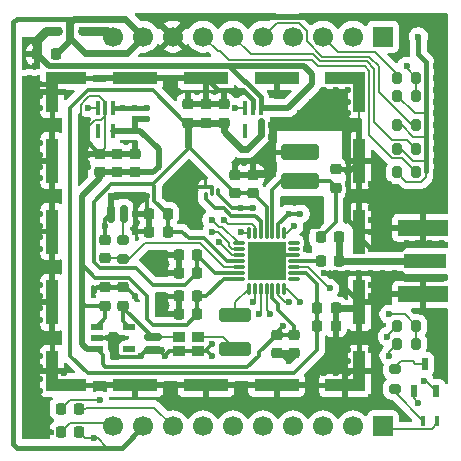
<source format=gtl>
%TF.GenerationSoftware,KiCad,Pcbnew,9.0.4*%
%TF.CreationDate,2025-09-15T13:19:21+09:00*%
%TF.ProjectId,GPS_FrontEnd,4750535f-4672-46f6-9e74-456e642e6b69,Rev.1.0*%
%TF.SameCoordinates,Original*%
%TF.FileFunction,Copper,L1,Top*%
%TF.FilePolarity,Positive*%
%FSLAX46Y46*%
G04 Gerber Fmt 4.6, Leading zero omitted, Abs format (unit mm)*
G04 Created by KiCad (PCBNEW 9.0.4) date 2025-09-15 13:19:21*
%MOMM*%
%LPD*%
G01*
G04 APERTURE LIST*
G04 Aperture macros list*
%AMRoundRect*
0 Rectangle with rounded corners*
0 $1 Rounding radius*
0 $2 $3 $4 $5 $6 $7 $8 $9 X,Y pos of 4 corners*
0 Add a 4 corners polygon primitive as box body*
4,1,4,$2,$3,$4,$5,$6,$7,$8,$9,$2,$3,0*
0 Add four circle primitives for the rounded corners*
1,1,$1+$1,$2,$3*
1,1,$1+$1,$4,$5*
1,1,$1+$1,$6,$7*
1,1,$1+$1,$8,$9*
0 Add four rect primitives between the rounded corners*
20,1,$1+$1,$2,$3,$4,$5,0*
20,1,$1+$1,$4,$5,$6,$7,0*
20,1,$1+$1,$6,$7,$8,$9,0*
20,1,$1+$1,$8,$9,$2,$3,0*%
%AMFreePoly0*
4,1,15,0.300000,0.230000,0.303536,0.228536,0.305000,0.225000,0.305000,-1.475000,0.303536,-1.478536,0.300000,-1.480000,-0.300000,-1.480000,-0.303536,-1.478536,-0.305000,-1.475000,-0.305000,0.225000,-0.303536,0.228536,-0.300000,0.230000,-0.300000,0.325000,0.300000,0.325000,0.300000,0.230000,0.300000,0.230000,$1*%
%AMFreePoly1*
4,1,17,0.503536,2.908536,0.505000,2.905000,0.505000,0.505000,2.905000,0.505000,2.908536,0.503536,2.910000,0.500000,2.910000,-0.500000,2.908536,-0.503536,2.905000,-0.505000,-0.500000,-0.505000,-0.503536,-0.503536,-0.505000,-0.500000,-0.505000,2.905000,-0.503536,2.908536,-0.500000,2.910000,0.500000,2.910000,0.503536,2.908536,0.503536,2.908536,$1*%
%AMFreePoly2*
4,1,17,0.503536,2.908536,0.505000,2.905000,0.505000,-0.500000,0.503536,-0.503536,0.500000,-0.505000,-2.905000,-0.505000,-2.908536,-0.503536,-2.910000,-0.500000,-2.910000,0.500000,-2.908536,0.503536,-2.905000,0.505000,-0.505000,0.505000,-0.505000,2.905000,-0.503536,2.908536,-0.500000,2.910000,0.500000,2.910000,0.503536,2.908536,0.503536,2.908536,$1*%
%AMFreePoly3*
4,1,17,0.503536,0.503536,0.505000,0.500000,0.505000,-2.905000,0.503536,-2.908536,0.500000,-2.910000,-0.500000,-2.910000,-0.503536,-2.908536,-0.505000,-2.905000,-0.505000,-0.505000,-2.905000,-0.505000,-2.908536,-0.503536,-2.910000,-0.500000,-2.910000,0.500000,-2.908536,0.503536,-2.905000,0.505000,0.500000,0.505000,0.503536,0.503536,0.503536,0.503536,$1*%
%AMFreePoly4*
4,1,17,2.908536,0.503536,2.910000,0.500000,2.910000,-0.500000,2.908536,-0.503536,2.905000,-0.505000,0.505000,-0.505000,0.505000,-2.905000,0.503536,-2.908536,0.500000,-2.910000,-0.500000,-2.910000,-0.503536,-2.908536,-0.505000,-2.905000,-0.505000,0.500000,-0.503536,0.503536,-0.500000,0.505000,2.905000,0.505000,2.908536,0.503536,2.908536,0.503536,$1*%
G04 Aperture macros list end*
%TA.AperFunction,ComponentPad*%
%ADD10R,1.700000X1.700000*%
%TD*%
%TA.AperFunction,ComponentPad*%
%ADD11C,1.700000*%
%TD*%
%TA.AperFunction,SMDPad,CuDef*%
%ADD12RoundRect,0.200000X-0.200000X-0.275000X0.200000X-0.275000X0.200000X0.275000X-0.200000X0.275000X0*%
%TD*%
%TA.AperFunction,SMDPad,CuDef*%
%ADD13R,0.250000X0.325000*%
%TD*%
%TA.AperFunction,SMDPad,CuDef*%
%ADD14RoundRect,0.225000X-0.225000X-0.250000X0.225000X-0.250000X0.225000X0.250000X-0.225000X0.250000X0*%
%TD*%
%TA.AperFunction,SMDPad,CuDef*%
%ADD15RoundRect,0.225000X0.250000X-0.225000X0.250000X0.225000X-0.250000X0.225000X-0.250000X-0.225000X0*%
%TD*%
%TA.AperFunction,SMDPad,CuDef*%
%ADD16RoundRect,0.165000X-0.585000X0.165000X-0.585000X-0.165000X0.585000X-0.165000X0.585000X0.165000X0*%
%TD*%
%TA.AperFunction,SMDPad,CuDef*%
%ADD17RoundRect,0.200000X0.200000X0.275000X-0.200000X0.275000X-0.200000X-0.275000X0.200000X-0.275000X0*%
%TD*%
%TA.AperFunction,SMDPad,CuDef*%
%ADD18R,0.393700X0.812800*%
%TD*%
%TA.AperFunction,SMDPad,CuDef*%
%ADD19RoundRect,0.033750X-0.101250X0.461250X-0.101250X-0.461250X0.101250X-0.461250X0.101250X0.461250X0*%
%TD*%
%TA.AperFunction,SMDPad,CuDef*%
%ADD20RoundRect,0.033750X-0.461250X0.101250X-0.461250X-0.101250X0.461250X-0.101250X0.461250X0.101250X0*%
%TD*%
%TA.AperFunction,SMDPad,CuDef*%
%ADD21R,3.250000X3.250000*%
%TD*%
%TA.AperFunction,SMDPad,CuDef*%
%ADD22RoundRect,0.225000X0.225000X0.250000X-0.225000X0.250000X-0.225000X-0.250000X0.225000X-0.250000X0*%
%TD*%
%TA.AperFunction,SMDPad,CuDef*%
%ADD23RoundRect,0.304347X1.295653X-0.395653X1.295653X0.395653X-1.295653X0.395653X-1.295653X-0.395653X0*%
%TD*%
%TA.AperFunction,SMDPad,CuDef*%
%ADD24RoundRect,0.100000X-0.100000X0.495000X-0.100000X-0.495000X0.100000X-0.495000X0.100000X0.495000X0*%
%TD*%
%TA.AperFunction,SMDPad,CuDef*%
%ADD25R,1.000000X0.599999*%
%TD*%
%TA.AperFunction,SMDPad,CuDef*%
%ADD26R,0.558800X1.016000*%
%TD*%
%TA.AperFunction,SMDPad,CuDef*%
%ADD27R,1.000000X0.900000*%
%TD*%
%TA.AperFunction,SMDPad,CuDef*%
%ADD28RoundRect,0.200000X0.275000X-0.200000X0.275000X0.200000X-0.275000X0.200000X-0.275000X-0.200000X0*%
%TD*%
%TA.AperFunction,SMDPad,CuDef*%
%ADD29R,0.600000X0.800000*%
%TD*%
%TA.AperFunction,SMDPad,CuDef*%
%ADD30FreePoly0,180.000000*%
%TD*%
%TA.AperFunction,SMDPad,CuDef*%
%ADD31R,0.600000X0.650000*%
%TD*%
%TA.AperFunction,SMDPad,CuDef*%
%ADD32RoundRect,0.225000X-0.250000X0.225000X-0.250000X-0.225000X0.250000X-0.225000X0.250000X0.225000X0*%
%TD*%
%TA.AperFunction,SMDPad,CuDef*%
%ADD33R,3.600000X1.270000*%
%TD*%
%TA.AperFunction,SMDPad,CuDef*%
%ADD34R,4.200000X1.350000*%
%TD*%
%TA.AperFunction,SMDPad,CuDef*%
%ADD35RoundRect,0.165000X0.165000X0.585000X-0.165000X0.585000X-0.165000X-0.585000X0.165000X-0.585000X0*%
%TD*%
%TA.AperFunction,SMDPad,CuDef*%
%ADD36FreePoly1,0.000000*%
%TD*%
%TA.AperFunction,SMDPad,CuDef*%
%ADD37R,3.800000X1.000000*%
%TD*%
%TA.AperFunction,SMDPad,CuDef*%
%ADD38FreePoly2,0.000000*%
%TD*%
%TA.AperFunction,SMDPad,CuDef*%
%ADD39R,1.000000X3.800000*%
%TD*%
%TA.AperFunction,SMDPad,CuDef*%
%ADD40FreePoly3,0.000000*%
%TD*%
%TA.AperFunction,SMDPad,CuDef*%
%ADD41FreePoly4,0.000000*%
%TD*%
%TA.AperFunction,SMDPad,CuDef*%
%ADD42RoundRect,0.218750X-0.218750X-0.256250X0.218750X-0.256250X0.218750X0.256250X-0.218750X0.256250X0*%
%TD*%
%TA.AperFunction,SMDPad,CuDef*%
%ADD43RoundRect,0.250000X1.100000X-0.325000X1.100000X0.325000X-1.100000X0.325000X-1.100000X-0.325000X0*%
%TD*%
%TA.AperFunction,SMDPad,CuDef*%
%ADD44RoundRect,0.218750X0.218750X0.256250X-0.218750X0.256250X-0.218750X-0.256250X0.218750X-0.256250X0*%
%TD*%
%TA.AperFunction,ViaPad*%
%ADD45C,0.600000*%
%TD*%
%TA.AperFunction,Conductor*%
%ADD46C,0.300000*%
%TD*%
%TA.AperFunction,Conductor*%
%ADD47C,0.600000*%
%TD*%
%TA.AperFunction,Conductor*%
%ADD48C,0.200000*%
%TD*%
%TA.AperFunction,Conductor*%
%ADD49C,0.400000*%
%TD*%
%TA.AperFunction,Conductor*%
%ADD50C,0.500000*%
%TD*%
%TA.AperFunction,Conductor*%
%ADD51C,0.350000*%
%TD*%
%TA.AperFunction,Conductor*%
%ADD52C,0.800000*%
%TD*%
G04 APERTURE END LIST*
D10*
%TO.P,J2,1,Pin_1*%
%TO.N,unconnected-(J2-Pin_1-Pad1)*%
X154360000Y-81500000D03*
D11*
%TO.P,J2,2,Pin_2*%
%TO.N,RF_ANTFLAG*%
X151820000Y-81500000D03*
%TO.P,J2,3,Pin_3*%
%TO.N,RF_SHDN*%
X149280000Y-81500000D03*
%TO.P,J2,4,Pin_4*%
%TO.N,RF_LD*%
X146740000Y-81500000D03*
%TO.P,J2,5,Pin_5*%
%TO.N,RF_SDATA*%
X144200000Y-81500000D03*
%TO.P,J2,6,Pin_6*%
%TO.N,RF_SCLK*%
X141660000Y-81500000D03*
%TO.P,J2,7,Pin_7*%
%TO.N,RF_CS*%
X139120000Y-81500000D03*
%TO.P,J2,8,Pin_8*%
%TO.N,RF_GNDA*%
X136580000Y-81500000D03*
%TO.P,J2,9,Pin_9*%
%TO.N,RF_GND*%
X134040000Y-81500000D03*
%TO.P,J2,10,Pin_10*%
%TO.N,RF_3.3V*%
X131500000Y-81500000D03*
%TD*%
D12*
%TO.P,R2,1*%
%TO.N,+3.3VP*%
X155535000Y-93000000D03*
%TO.P,R2,2*%
%TO.N,RF_CS*%
X157185000Y-93000000D03*
%TD*%
D13*
%TO.P,U2,1,INPUT*%
%TO.N,Net-(U1-LNAOUT)*%
X140360000Y-94500000D03*
%TO.P,U2,2,GND*%
%TO.N,RF_GNDA*%
X139860001Y-94212500D03*
%TO.P,U2,3,GND*%
X139360002Y-94212500D03*
%TO.P,U2,4,OUTPUT*%
%TO.N,Net-(U1-MIXIN)*%
X139360002Y-94787500D03*
%TO.P,U2,5,GND*%
%TO.N,RF_GNDA*%
X139860001Y-94787500D03*
%TD*%
D14*
%TO.P,C17,1*%
%TO.N,RF_GNDA*%
X137085000Y-103500000D03*
%TO.P,C17,2*%
%TO.N,+3.3VP*%
X138635000Y-103500000D03*
%TD*%
D15*
%TO.P,C10,1*%
%TO.N,Net-(U5-OUT)*%
X132360000Y-104275000D03*
%TO.P,C10,2*%
%TO.N,RF_GNDA*%
X132360000Y-102725000D03*
%TD*%
%TO.P,C15,1*%
%TO.N,+3.3VA*%
X141860000Y-94775000D03*
%TO.P,C15,2*%
%TO.N,RF_GNDA*%
X141860000Y-93225000D03*
%TD*%
D14*
%TO.P,C13,1*%
%TO.N,RF_GNDA*%
X137085000Y-100000000D03*
%TO.P,C13,2*%
%TO.N,+3.3VA*%
X138635000Y-100000000D03*
%TD*%
D12*
%TO.P,R6,1*%
%TO.N,RF_SHDN*%
X155535000Y-85000000D03*
%TO.P,R6,2*%
%TO.N,Net-(U1-~{SHDN})*%
X157185000Y-85000000D03*
%TD*%
D15*
%TO.P,C16,1*%
%TO.N,+3.3VA*%
X143360000Y-94775000D03*
%TO.P,C16,2*%
%TO.N,RF_GNDA*%
X143360000Y-93225000D03*
%TD*%
D16*
%TO.P,C6,1*%
%TO.N,Net-(U5-OUT)*%
X134860000Y-106960000D03*
%TO.P,C6,2*%
%TO.N,RF_GNDA*%
X134860000Y-108040000D03*
%TD*%
D17*
%TO.P,R5,1*%
%TO.N,Net-(U1-~{IDLE})*%
X157185000Y-107500000D03*
%TO.P,R5,2*%
%TO.N,RF_IDEL*%
X155535000Y-107500000D03*
%TD*%
D18*
%TO.P,LED1,1*%
%TO.N,Net-(LED1-Pad1)*%
X157756750Y-114000000D03*
%TO.P,LED1,2*%
%TO.N,RF_3.3V*%
X158963250Y-114000000D03*
%TD*%
D19*
%TO.P,U1,1,ANTFLAG*%
%TO.N,RF_ANTFLAG*%
X146000000Y-98140000D03*
%TO.P,U1,2,LNAOUT*%
%TO.N,Net-(U1-LNAOUT)*%
X145500000Y-98140000D03*
%TO.P,U1,3,ANTBIAS*%
%TO.N,Net-(U1-ANTBIAS)*%
X145000000Y-98140000D03*
%TO.P,U1,4,VCCRF*%
%TO.N,+3.3VA*%
X144500000Y-98140000D03*
%TO.P,U1,5,MIXIN*%
%TO.N,Net-(U1-MIXIN)*%
X144000000Y-98140000D03*
%TO.P,U1,6,LD*%
%TO.N,RF_LD*%
X143500000Y-98140000D03*
%TO.P,U1,7,~{SHDN}*%
%TO.N,Net-(U1-~{SHDN})*%
X143000000Y-98140000D03*
D20*
%TO.P,U1,8,SDATA*%
%TO.N,RF_SDATA*%
X142140000Y-99000000D03*
%TO.P,U1,9,SCLK*%
%TO.N,RF_SCLK*%
X142140000Y-99500000D03*
%TO.P,U1,10,~{CS}*%
%TO.N,RF_CS*%
X142140000Y-100000000D03*
%TO.P,U1,11,VCCVCO*%
%TO.N,+3.3VA*%
X142140000Y-100500000D03*
%TO.P,U1,12,CPOUT*%
%TO.N,Net-(U1-CPOUT)*%
X142140000Y-101000000D03*
%TO.P,U1,13,VCCCP*%
%TO.N,+3.3VA*%
X142140000Y-101500000D03*
%TO.P,U1,14,VCCD*%
%TO.N,+3.3VP*%
X142140000Y-102000000D03*
D19*
%TO.P,U1,15,XTAL*%
%TO.N,Net-(U1-XTAL)*%
X143000000Y-102860000D03*
%TO.P,U1,16,CLKOUT*%
%TO.N,Net-(U1-CLKOUT)*%
X143500000Y-102860000D03*
%TO.P,U1,17,Q1*%
%TO.N,RF_Q1*%
X144000000Y-102860000D03*
%TO.P,U1,18,Q0*%
%TO.N,RF_Q0*%
X144500000Y-102860000D03*
%TO.P,U1,19,VCCADC*%
%TO.N,+3.3VP*%
X145000000Y-102860000D03*
%TO.P,U1,20,I0*%
%TO.N,RF_I0*%
X145500000Y-102860000D03*
%TO.P,U1,21,I1*%
%TO.N,RF_I1*%
X146000000Y-102860000D03*
D20*
%TO.P,U1,22,N.C.*%
%TO.N,unconnected-(U1-N.C.-Pad22)*%
X146860000Y-102000000D03*
%TO.P,U1,23,VCCIF*%
%TO.N,+3.3VA*%
X146860000Y-101500000D03*
%TO.P,U1,24,~{IDLE}*%
%TO.N,Net-(U1-~{IDLE})*%
X146860000Y-101000000D03*
%TO.P,U1,25,LNA2*%
%TO.N,Net-(U1-LNA2)*%
X146860000Y-100500000D03*
%TO.P,U1,26,PGM*%
%TO.N,RF_GNDA*%
X146860000Y-100000000D03*
%TO.P,U1,27,LNA1*%
%TO.N,unconnected-(U1-LNA1-Pad27)*%
X146860000Y-99500000D03*
%TO.P,U1,28,N.C.__1*%
%TO.N,unconnected-(U1-N.C.__1-Pad28)*%
X146860000Y-99000000D03*
D21*
%TO.P,U1,29,EP*%
%TO.N,RF_GNDA*%
X144500000Y-100500000D03*
%TD*%
D22*
%TO.P,C1,1*%
%TO.N,Net-(C1-Pad1)*%
X150635000Y-100500000D03*
%TO.P,C1,2*%
%TO.N,Net-(U1-LNA2)*%
X149085000Y-100500000D03*
%TD*%
D23*
%TO.P,C3,1*%
%TO.N,Net-(U1-ANTBIAS)*%
X147360000Y-93750000D03*
%TO.P,C3,2*%
%TO.N,RF_GNDA*%
X147360000Y-91250000D03*
%TD*%
D24*
%TO.P,U3,1,IN*%
%TO.N,Net-(U3-IN)*%
X144010000Y-87540000D03*
%TO.P,U3,2,GND*%
%TO.N,RF_GNDA*%
X143360000Y-87540000D03*
%TO.P,U3,3,~{SHDN}*%
%TO.N,Net-(U3-IN)*%
X142710000Y-87540000D03*
%TO.P,U3,4*%
%TO.N,N/C*%
X142710000Y-89460000D03*
%TO.P,U3,5,OUT*%
%TO.N,+3.3VA*%
X144010000Y-89460000D03*
%TD*%
D14*
%TO.P,C4,1*%
%TO.N,Net-(U3-IN)*%
X125085000Y-83000000D03*
%TO.P,C4,2*%
%TO.N,RF_GND*%
X126635000Y-83000000D03*
%TD*%
D12*
%TO.P,R3,1*%
%TO.N,+3.3VP*%
X155535000Y-91000000D03*
%TO.P,R3,2*%
%TO.N,RF_SCLK*%
X157185000Y-91000000D03*
%TD*%
D15*
%TO.P,C27,1*%
%TO.N,+3.3VA*%
X140860000Y-88775000D03*
%TO.P,C27,2*%
%TO.N,RF_GNDA*%
X140860000Y-87225000D03*
%TD*%
D24*
%TO.P,U4,1,IN*%
%TO.N,Net-(U3-IN)*%
X131510000Y-87540000D03*
%TO.P,U4,2,GND*%
%TO.N,RF_GNDA*%
X130860000Y-87540000D03*
%TO.P,U4,3,~{SHDN}*%
%TO.N,Net-(U3-IN)*%
X130210000Y-87540000D03*
%TO.P,U4,4*%
%TO.N,N/C*%
X130210000Y-89460000D03*
%TO.P,U4,5,OUT*%
%TO.N,+3.3VP*%
X131510000Y-89460000D03*
%TD*%
D25*
%TO.P,U5,1,IN*%
%TO.N,+3.3VP*%
X130110000Y-106049999D03*
%TO.P,U5,2,GND*%
%TO.N,RF_GNDA*%
X130110000Y-107000000D03*
%TO.P,U5,3,EN*%
%TO.N,+3.3VP*%
X130110000Y-107949998D03*
%TO.P,U5,4,NC*%
%TO.N,unconnected-(U5-NC-Pad4)*%
X132860000Y-107949998D03*
%TO.P,U5,5,OUT*%
%TO.N,Net-(U5-OUT)*%
X132860000Y-106049999D03*
%TD*%
D26*
%TO.P,U6,1*%
%TO.N,RF_GND*%
X156959998Y-111500000D03*
%TO.P,U6,2*%
%TO.N,RF_LED*%
X158860000Y-111500000D03*
%TO.P,U6,3*%
%TO.N,Net-(R9-Pad2)*%
X157909999Y-109214000D03*
%TD*%
D15*
%TO.P,C25,1*%
%TO.N,+3.3VA*%
X139360000Y-88775000D03*
%TO.P,C25,2*%
%TO.N,RF_GNDA*%
X139360000Y-87225000D03*
%TD*%
D12*
%TO.P,R4,1*%
%TO.N,+3.3VP*%
X155535000Y-89000000D03*
%TO.P,R4,2*%
%TO.N,RF_SDATA*%
X157185000Y-89000000D03*
%TD*%
D27*
%TO.P,Y1,1,NC/GND*%
%TO.N,RF_GNDA*%
X137047500Y-108112500D03*
%TO.P,Y1,2,GND*%
X138672500Y-108112500D03*
%TO.P,Y1,3,OUTPUT*%
%TO.N,Net-(Y1-OUTPUT)*%
X138672500Y-106887500D03*
%TO.P,Y1,4,VDC*%
%TO.N,Net-(U5-OUT)*%
X137047500Y-106887500D03*
%TD*%
D12*
%TO.P,R7,1*%
%TO.N,+3.3VP*%
X155535000Y-106000000D03*
%TO.P,R7,2*%
%TO.N,Net-(U1-~{IDLE})*%
X157185000Y-106000000D03*
%TD*%
D15*
%TO.P,C29,1*%
%TO.N,+3.3VP*%
X130360000Y-93000000D03*
%TO.P,C29,2*%
%TO.N,RF_GNDA*%
X130360000Y-91450000D03*
%TD*%
%TO.P,C28,1*%
%TO.N,+3.3VP*%
X131860000Y-93000000D03*
%TO.P,C28,2*%
%TO.N,RF_GNDA*%
X131860000Y-91450000D03*
%TD*%
D10*
%TO.P,J3,1,Pin_1*%
%TO.N,RF_3.3V*%
X154360000Y-114500000D03*
D11*
%TO.P,J3,2,Pin_2*%
%TO.N,RF_LED*%
X151820000Y-114500000D03*
%TO.P,J3,3,Pin_3*%
%TO.N,RF_IDEL*%
X149280000Y-114500000D03*
%TO.P,J3,4,Pin_4*%
%TO.N,RF_I1*%
X146740000Y-114500000D03*
%TO.P,J3,5,Pin_5*%
%TO.N,RF_I0*%
X144200000Y-114500000D03*
%TO.P,J3,6,Pin_6*%
%TO.N,RF_Q0*%
X141660000Y-114500000D03*
%TO.P,J3,7,Pin_7*%
%TO.N,RF_Q1*%
X139120000Y-114500000D03*
%TO.P,J3,8,Pin_8*%
%TO.N,RF_CLKOUT*%
X136580000Y-114500000D03*
%TO.P,J3,9,Pin_9*%
%TO.N,RF_GND*%
X134040000Y-114500000D03*
%TO.P,J3,10,Pin_10*%
%TO.N,RF_GNDA*%
X131500000Y-114500000D03*
%TD*%
D12*
%TO.P,R8,1*%
%TO.N,+3.3VP*%
X155535000Y-86500000D03*
%TO.P,R8,2*%
%TO.N,Net-(U1-~{SHDN})*%
X157185000Y-86500000D03*
%TD*%
D15*
%TO.P,C2,1*%
%TO.N,Net-(U1-ANTBIAS)*%
X150360000Y-94275000D03*
%TO.P,C2,2*%
%TO.N,RF_GNDA*%
X150360000Y-92725000D03*
%TD*%
D14*
%TO.P,C14,1*%
%TO.N,RF_GNDA*%
X137085000Y-101500000D03*
%TO.P,C14,2*%
%TO.N,+3.3VA*%
X138635000Y-101500000D03*
%TD*%
D28*
%TO.P,R9,1*%
%TO.N,Net-(LED1-Pad1)*%
X155360000Y-111325000D03*
%TO.P,R9,2*%
%TO.N,Net-(R9-Pad2)*%
X155360000Y-109675000D03*
%TD*%
D22*
%TO.P,C23,1*%
%TO.N,RF_CLKOUT*%
X128635000Y-113000000D03*
%TO.P,C23,2*%
%TO.N,Net-(U1-CLKOUT)*%
X127085000Y-113000000D03*
%TD*%
D29*
%TO.P,FL1,1*%
%TO.N,RF_3.3V*%
X128860000Y-81000000D03*
D30*
%TO.P,FL1,2*%
%TO.N,RF_GND*%
X127860000Y-81625000D03*
D31*
%TO.P,FL1,2_1*%
X127860000Y-80375000D03*
D29*
%TO.P,FL1,3*%
%TO.N,Net-(U3-IN)*%
X126860000Y-81000000D03*
%TD*%
D14*
%TO.P,C18,1*%
%TO.N,RF_GNDA*%
X137085000Y-105000000D03*
%TO.P,C18,2*%
%TO.N,+3.3VP*%
X138635000Y-105000000D03*
%TD*%
D32*
%TO.P,C22,1*%
%TO.N,+3.3VP*%
X145360000Y-106725000D03*
%TO.P,C22,2*%
%TO.N,RF_GNDA*%
X145360000Y-108275000D03*
%TD*%
D33*
%TO.P,J1,1*%
%TO.N,Net-(C1-Pad1)*%
X157922500Y-100500000D03*
D34*
%TO.P,J1,2_1*%
%TO.N,RF_GNDA*%
X157722500Y-103325000D03*
%TO.P,J1,3_1*%
X157722500Y-97675000D03*
%TD*%
D35*
%TO.P,C8,1*%
%TO.N,Net-(C8-Pad1)*%
X132400000Y-96500000D03*
%TO.P,C8,2*%
%TO.N,RF_GNDA*%
X131320000Y-96500000D03*
%TD*%
D15*
%TO.P,C24,1*%
%TO.N,+3.3VA*%
X137860000Y-88775000D03*
%TO.P,C24,2*%
%TO.N,RF_GNDA*%
X137860000Y-87225000D03*
%TD*%
D32*
%TO.P,C21,1*%
%TO.N,+3.3VP*%
X146860000Y-106725000D03*
%TO.P,C21,2*%
%TO.N,RF_GNDA*%
X146860000Y-108275000D03*
%TD*%
D28*
%TO.P,R1,1*%
%TO.N,Net-(U1-CPOUT)*%
X132360000Y-100325000D03*
%TO.P,R1,2*%
%TO.N,Net-(C8-Pad1)*%
X132360000Y-98675000D03*
%TD*%
D36*
%TO.P,J4,SH1,SHIELD*%
%TO.N,RF_GNDA*%
X126355000Y-111005000D03*
D37*
%TO.P,J4,SH2,SHIELD*%
X133360000Y-111005000D03*
%TO.P,J4,SH3,SHIELD*%
X139360000Y-111005000D03*
%TO.P,J4,SH4,SHIELD*%
X145360000Y-111005000D03*
D38*
%TO.P,J4,SH5,SHIELD*%
X152365000Y-111005000D03*
D39*
%TO.P,J4,SH6,SHIELD*%
X152365000Y-104000000D03*
%TO.P,J4,SH7,SHIELD*%
X152365000Y-98000000D03*
%TO.P,J4,SH8,SHIELD*%
X152365000Y-92000000D03*
D40*
%TO.P,J4,SH9,SHIELD*%
X152365000Y-84995000D03*
D37*
%TO.P,J4,SH10,SHIELD*%
X145360000Y-84995000D03*
%TO.P,J4,SH11,SHIELD*%
X139360000Y-84995000D03*
%TO.P,J4,SH12,SHIELD*%
X133360000Y-84995000D03*
D41*
%TO.P,J4,SH13,SHIELD*%
X126355000Y-84995000D03*
D39*
%TO.P,J4,SH14,SHIELD*%
X126355000Y-92000000D03*
%TO.P,J4,SH15,SHIELD*%
X126355000Y-98000000D03*
%TO.P,J4,SH16,SHIELD*%
X126355000Y-104000000D03*
%TD*%
D15*
%TO.P,C7,1*%
%TO.N,Net-(U1-CPOUT)*%
X130860000Y-100275000D03*
%TO.P,C7,2*%
%TO.N,RF_GNDA*%
X130860000Y-98725000D03*
%TD*%
D14*
%TO.P,C11,1*%
%TO.N,RF_GNDA*%
X134585000Y-96500000D03*
%TO.P,C11,2*%
%TO.N,+3.3VA*%
X136135000Y-96500000D03*
%TD*%
%TO.P,C20,1*%
%TO.N,+3.3VA*%
X148810000Y-106000000D03*
%TO.P,C20,2*%
%TO.N,RF_GNDA*%
X150360000Y-106000000D03*
%TD*%
D42*
%TO.P,L2,1,1*%
%TO.N,RF_GNDA*%
X127072500Y-115000000D03*
%TO.P,L2,2,2*%
%TO.N,RF_GND*%
X128647500Y-115000000D03*
%TD*%
D15*
%TO.P,C9,1*%
%TO.N,+3.3VP*%
X130860000Y-104275000D03*
%TO.P,C9,2*%
%TO.N,RF_GNDA*%
X130860000Y-102725000D03*
%TD*%
D14*
%TO.P,C19,1*%
%TO.N,+3.3VA*%
X148810000Y-104490000D03*
%TO.P,C19,2*%
%TO.N,RF_GNDA*%
X150360000Y-104490000D03*
%TD*%
D43*
%TO.P,C5,1*%
%TO.N,Net-(Y1-OUTPUT)*%
X141860000Y-107975000D03*
%TO.P,C5,2*%
%TO.N,Net-(U1-XTAL)*%
X141860000Y-105025000D03*
%TD*%
D14*
%TO.P,C12,1*%
%TO.N,RF_GNDA*%
X134585000Y-98000000D03*
%TO.P,C12,2*%
%TO.N,+3.3VA*%
X136135000Y-98000000D03*
%TD*%
D44*
%TO.P,L1,1,1*%
%TO.N,Net-(C1-Pad1)*%
X150647500Y-98500000D03*
%TO.P,L1,2,2*%
%TO.N,Net-(U1-ANTBIAS)*%
X149072500Y-98500000D03*
%TD*%
D15*
%TO.P,C26,1*%
%TO.N,+3.3VP*%
X133360000Y-93000000D03*
%TO.P,C26,2*%
%TO.N,RF_GNDA*%
X133360000Y-91450000D03*
%TD*%
D45*
%TO.N,RF_GNDA*%
X148860000Y-96500000D03*
X156360000Y-99000000D03*
X147860000Y-98500000D03*
X149360000Y-87000000D03*
X151360000Y-108000000D03*
X150360000Y-87000000D03*
X125360000Y-102500000D03*
X125360000Y-89500000D03*
X151360000Y-94000000D03*
X133360000Y-96500000D03*
X143360000Y-92000000D03*
X147860000Y-89000000D03*
X125360000Y-88500000D03*
X148860000Y-97500000D03*
X154360000Y-99500000D03*
X135860000Y-105000000D03*
X154860000Y-94000000D03*
X158360000Y-99000000D03*
X151360000Y-87000000D03*
X147860000Y-97500000D03*
X144860000Y-90000000D03*
X152360000Y-101500000D03*
X143360000Y-100500000D03*
X142360000Y-92000000D03*
X145860000Y-89000000D03*
X151360000Y-95000000D03*
X148360000Y-87000000D03*
X159360000Y-99000000D03*
X148860000Y-95500000D03*
X154860000Y-95000000D03*
X150360000Y-108000000D03*
X158360000Y-107500000D03*
X158860000Y-83000000D03*
X132360000Y-107000000D03*
X135860000Y-101500000D03*
X144860000Y-89000000D03*
X131360000Y-107000000D03*
X132860000Y-95000000D03*
X153360000Y-94000000D03*
X151360000Y-93000000D03*
X158860000Y-82000000D03*
X155860000Y-96000000D03*
X145860000Y-95500000D03*
X129360000Y-90500000D03*
X125360000Y-111500000D03*
X151360000Y-109000000D03*
X156860000Y-95000000D03*
X154360000Y-102500000D03*
X125360000Y-100500000D03*
X151360000Y-110000000D03*
X129860000Y-103000000D03*
X155860000Y-95000000D03*
X153360000Y-102500000D03*
X125360000Y-85500000D03*
X158360000Y-106000000D03*
X125360000Y-103500000D03*
X125360000Y-90500000D03*
X125360000Y-101500000D03*
X136360000Y-94000000D03*
X158860000Y-95000000D03*
X125360000Y-112500000D03*
X158860000Y-81000000D03*
X125360000Y-86500000D03*
X133860000Y-108500000D03*
X158860000Y-89000000D03*
X133360000Y-103500000D03*
X135860000Y-103500000D03*
X125360000Y-104500000D03*
X148360000Y-88000000D03*
X158860000Y-91000000D03*
X143860000Y-99500000D03*
X151360000Y-90000000D03*
X129360000Y-91500000D03*
X156860000Y-96000000D03*
X155360000Y-99500000D03*
X158860000Y-85000000D03*
X158860000Y-90000000D03*
X153360000Y-98000000D03*
X135860000Y-108500000D03*
X151360000Y-101500000D03*
X159360000Y-102000000D03*
X150360000Y-86000000D03*
X139860000Y-107500000D03*
X158860000Y-92000000D03*
X151360000Y-96000000D03*
X144860000Y-93000000D03*
X158860000Y-80000000D03*
X125360000Y-110500000D03*
X127360000Y-110000000D03*
X157860000Y-80000000D03*
X153360000Y-97000000D03*
X144860000Y-92000000D03*
X149360000Y-86000000D03*
X151360000Y-92000000D03*
X158860000Y-88000000D03*
X125360000Y-107500000D03*
X153360000Y-103500000D03*
X147860000Y-99500000D03*
X151360000Y-91000000D03*
X158860000Y-93000000D03*
X154360000Y-103500000D03*
X151360000Y-86000000D03*
X153360000Y-99500000D03*
X156360000Y-102000000D03*
X158860000Y-86000000D03*
X150360000Y-101500000D03*
X125360000Y-98500000D03*
X153360000Y-96000000D03*
X145360000Y-99500000D03*
X158860000Y-96000000D03*
X125360000Y-96500000D03*
X146360000Y-109000000D03*
X148860000Y-89000000D03*
X129360000Y-92500000D03*
X147360000Y-88000000D03*
X135860000Y-95000000D03*
X151360000Y-88000000D03*
X158360000Y-102000000D03*
X158860000Y-84000000D03*
X155360000Y-101500000D03*
X139860000Y-108500000D03*
X154860000Y-96000000D03*
X150360000Y-88000000D03*
X150860000Y-89000000D03*
X131860000Y-108500000D03*
X125360000Y-95500000D03*
X146860000Y-95500000D03*
X153360000Y-112000000D03*
X145360000Y-100500000D03*
X125360000Y-106500000D03*
X125360000Y-94500000D03*
X145360000Y-112000000D03*
X125360000Y-109500000D03*
X158860000Y-87000000D03*
X125360000Y-97500000D03*
X153360000Y-108000000D03*
X158860000Y-94000000D03*
X143860000Y-101500000D03*
X153360000Y-101500000D03*
X146860000Y-89000000D03*
X157360000Y-99000000D03*
X144500000Y-100500000D03*
X125360000Y-99500000D03*
X135860000Y-100000000D03*
X149360000Y-88000000D03*
X134360000Y-95000000D03*
X153360000Y-95000000D03*
X131360000Y-95000000D03*
X149360000Y-110000000D03*
X150360000Y-109000000D03*
X149860000Y-89000000D03*
X154360000Y-101500000D03*
X125360000Y-93500000D03*
X130860000Y-97500000D03*
X149360000Y-101500000D03*
X125360000Y-105500000D03*
X153360000Y-92000000D03*
X157860000Y-96000000D03*
X125360000Y-92500000D03*
X149360000Y-109000000D03*
X144860000Y-91000000D03*
X147860000Y-95500000D03*
X150360000Y-110000000D03*
X133360000Y-98000000D03*
X145360000Y-101500000D03*
X157360000Y-102000000D03*
X125360000Y-87500000D03*
X125360000Y-91500000D03*
X157860000Y-95000000D03*
X125360000Y-108500000D03*
%TO.N,+3.3VP*%
X134360000Y-88500000D03*
X145860000Y-106000000D03*
X133360000Y-88500000D03*
X154714846Y-106894802D03*
X157360000Y-81500000D03*
%TO.N,Net-(U1-CLKOUT)*%
X130360000Y-112299000D03*
X143360000Y-104000000D03*
%TO.N,RF_GND*%
X129860000Y-115500000D03*
X157360000Y-112500000D03*
%TO.N,Net-(U3-IN)*%
X124860000Y-84000000D03*
X129360000Y-87500000D03*
X124060000Y-82000000D03*
X124860000Y-82000000D03*
X141860000Y-87500000D03*
X134360000Y-87500000D03*
X132360000Y-87500000D03*
X144860000Y-87500000D03*
X124060000Y-83000000D03*
X124060000Y-84000000D03*
X133360000Y-87500000D03*
%TO.N,RF_LED*%
X157860000Y-110624000D03*
%TO.N,RF_IDEL*%
X154860000Y-108500000D03*
%TO.N,RF_CS*%
X140457120Y-98902880D03*
%TO.N,RF_SDATA*%
X139860000Y-97000000D03*
%TO.N,RF_SCLK*%
X139860000Y-98000000D03*
%TO.N,RF_LD*%
X140860000Y-97000000D03*
%TO.N,RF_Q1*%
X143860000Y-105000000D03*
%TO.N,RF_I0*%
X146360000Y-104000000D03*
%TO.N,RF_ANTFLAG*%
X146860000Y-97500000D03*
%TO.N,RF_I1*%
X147360000Y-104000000D03*
%TO.N,RF_Q0*%
X144829048Y-105000000D03*
%TO.N,Net-(U1-~{IDLE})*%
X149860000Y-102799000D03*
X154860000Y-105000000D03*
%TO.N,Net-(U1-~{SHDN})*%
X156360000Y-84000000D03*
X142360000Y-98000000D03*
%TO.N,Net-(U1-LNAOUT)*%
X146360000Y-96500000D03*
X143360000Y-96000000D03*
X142360000Y-96000000D03*
X147360000Y-96500000D03*
%TD*%
D46*
%TO.N,Net-(U1-LNA2)*%
X146860000Y-100500000D02*
X149085000Y-100500000D01*
D47*
%TO.N,Net-(C1-Pad1)*%
X150635000Y-98512500D02*
X150647500Y-98500000D01*
X150635000Y-100500000D02*
X157922500Y-100500000D01*
X150635000Y-100500000D02*
X150635000Y-98512500D01*
D46*
%TO.N,RF_GNDA*%
X132360000Y-102725000D02*
X132585000Y-102725000D01*
D48*
X131500000Y-114500000D02*
X131224000Y-114224000D01*
D49*
X148860000Y-89000000D02*
X147860000Y-89000000D01*
X156360000Y-102000000D02*
X157360000Y-102000000D01*
D50*
X157658000Y-79798000D02*
X158860000Y-81000000D01*
D49*
X143360000Y-86883708D02*
X143360000Y-87540000D01*
D46*
X141860000Y-92500000D02*
X141860000Y-93225000D01*
D49*
X140365000Y-86000000D02*
X139360000Y-84995000D01*
D46*
X135860000Y-95000000D02*
X135860000Y-94500000D01*
D48*
X129360000Y-90500000D02*
X129410000Y-90500000D01*
D49*
X146860000Y-89000000D02*
X145860000Y-89000000D01*
D46*
X138672500Y-108112500D02*
X139472500Y-108112500D01*
X139472500Y-108112500D02*
X139860000Y-108500000D01*
D49*
X151085000Y-92725000D02*
X151360000Y-93000000D01*
D48*
X151875000Y-104490000D02*
X152365000Y-104000000D01*
X145000000Y-100000000D02*
X144500000Y-100500000D01*
X130334870Y-86500000D02*
X129497810Y-86500000D01*
D49*
X154360000Y-99500000D02*
X155360000Y-99500000D01*
X150360000Y-101500000D02*
X150360000Y-101995000D01*
X144860000Y-89000000D02*
X145860000Y-89000000D01*
X154360000Y-101500000D02*
X155360000Y-101500000D01*
D48*
X136580000Y-81500000D02*
X136580000Y-81280000D01*
D49*
X152360000Y-101500000D02*
X152360000Y-103995000D01*
X144860000Y-91500000D02*
X144860000Y-92000000D01*
X152360000Y-103995000D02*
X152365000Y-104000000D01*
X142476292Y-86000000D02*
X142918146Y-86441854D01*
X145360000Y-108275000D02*
X146860000Y-108275000D01*
D46*
X131360000Y-95000000D02*
X132860000Y-95000000D01*
D49*
X152360000Y-101500000D02*
X153360000Y-101500000D01*
X151365000Y-93000000D02*
X151365000Y-92005000D01*
X147860000Y-95500000D02*
X148860000Y-95500000D01*
D46*
X132009000Y-107351000D02*
X131711000Y-107351000D01*
D48*
X129111057Y-86899000D02*
X128759000Y-87251057D01*
D49*
X148860000Y-96500000D02*
X148860000Y-97500000D01*
D46*
X130860000Y-102725000D02*
X130135000Y-102725000D01*
D49*
X151360000Y-89500000D02*
X150860000Y-89000000D01*
D46*
X131860000Y-91450000D02*
X133360000Y-91450000D01*
X133860000Y-108500000D02*
X133759003Y-108600997D01*
X129410000Y-90500000D02*
X130360000Y-91450000D01*
X135400000Y-108040000D02*
X135860000Y-108500000D01*
X136360000Y-94000000D02*
X136572500Y-94212500D01*
X133759003Y-108600997D02*
X131960997Y-108600997D01*
D49*
X145360000Y-111005000D02*
X152365000Y-111005000D01*
X144860000Y-90500000D02*
X144860000Y-91500000D01*
D46*
X131860000Y-107500000D02*
X131360000Y-107000000D01*
D49*
X151360000Y-101500000D02*
X152360000Y-101500000D01*
X146860000Y-108275000D02*
X146860000Y-108500000D01*
D46*
X130360000Y-91450000D02*
X129410000Y-91450000D01*
X132009000Y-107351000D02*
X132360000Y-107000000D01*
X142360000Y-92000000D02*
X141860000Y-92500000D01*
D49*
X150860000Y-89000000D02*
X149860000Y-89000000D01*
D48*
X130860000Y-87540000D02*
X130860000Y-87025130D01*
X129497810Y-86500000D02*
X129111057Y-86886753D01*
D49*
X152365000Y-98000000D02*
X152365000Y-98505000D01*
D46*
X137085000Y-101500000D02*
X137085000Y-100000000D01*
D48*
X127848500Y-114224000D02*
X127072500Y-115000000D01*
X152365000Y-84995000D02*
X152365000Y-92000000D01*
D49*
X146860000Y-108500000D02*
X146360000Y-109000000D01*
X158360000Y-99000000D02*
X159360000Y-99000000D01*
X145110000Y-91250000D02*
X144860000Y-91000000D01*
X153360000Y-99500000D02*
X154360000Y-99500000D01*
X151360000Y-96995000D02*
X152365000Y-98000000D01*
D46*
X134860000Y-108040000D02*
X135400000Y-108040000D01*
D49*
X144860000Y-91500000D02*
X144860000Y-93000000D01*
D46*
X130135000Y-102725000D02*
X129860000Y-103000000D01*
D48*
X130860000Y-87540000D02*
X130860000Y-88182870D01*
D46*
X130860000Y-102725000D02*
X132360000Y-102725000D01*
D49*
X150360000Y-92725000D02*
X151085000Y-92725000D01*
X156360000Y-99000000D02*
X157360000Y-99000000D01*
D46*
X130360000Y-91450000D02*
X131860000Y-91450000D01*
D49*
X133360000Y-111005000D02*
X126355000Y-111005000D01*
D46*
X139247500Y-108112500D02*
X139860000Y-107500000D01*
X137085000Y-103500000D02*
X135860000Y-103500000D01*
D49*
X146860000Y-95500000D02*
X147860000Y-95500000D01*
X158360000Y-102000000D02*
X159360000Y-102000000D01*
X150360000Y-101500000D02*
X151360000Y-101500000D01*
D48*
X129410000Y-91450000D02*
X129360000Y-91500000D01*
D49*
X151360000Y-90000000D02*
X151360000Y-89500000D01*
X147860000Y-98500000D02*
X147860000Y-99500000D01*
D46*
X143360000Y-93225000D02*
X143360000Y-92000000D01*
D49*
X139360000Y-87225000D02*
X140860000Y-87225000D01*
X144860000Y-93000000D02*
X143585000Y-93000000D01*
D47*
X150360000Y-104490000D02*
X151875000Y-104490000D01*
D49*
X157360000Y-99000000D02*
X158360000Y-99000000D01*
D46*
X137085000Y-105000000D02*
X135860000Y-105000000D01*
D49*
X137860000Y-87225000D02*
X139360000Y-87225000D01*
X126355000Y-104000000D02*
X126355000Y-111005000D01*
X151360000Y-91000000D02*
X151360000Y-90000000D01*
D46*
X143585000Y-93000000D02*
X143360000Y-93225000D01*
D49*
X153360000Y-101500000D02*
X154360000Y-101500000D01*
X146585000Y-108275000D02*
X146110000Y-108750000D01*
D48*
X130860000Y-88182870D02*
X130478870Y-88564000D01*
D49*
X139360000Y-87225000D02*
X139360000Y-84995000D01*
X155860000Y-101500000D02*
X156360000Y-102000000D01*
D46*
X134585000Y-96500000D02*
X134585000Y-98000000D01*
D49*
X144860000Y-90500000D02*
X144860000Y-91000000D01*
X151360000Y-93000000D02*
X151360000Y-94000000D01*
D48*
X129111057Y-86886753D02*
X129111057Y-86899000D01*
D46*
X137085000Y-101500000D02*
X135860000Y-101500000D01*
D49*
X151365000Y-92005000D02*
X151360000Y-92000000D01*
D46*
X131320000Y-95040000D02*
X131360000Y-95000000D01*
D48*
X131224000Y-114224000D02*
X127848500Y-114224000D01*
D49*
X126355000Y-84995000D02*
X125850000Y-85500000D01*
X147860000Y-97500000D02*
X147860000Y-98500000D01*
D46*
X130860000Y-96960000D02*
X131320000Y-96500000D01*
D49*
X145360000Y-108275000D02*
X145635000Y-108275000D01*
X148860000Y-97500000D02*
X147860000Y-97500000D01*
D48*
X130860000Y-90950000D02*
X130360000Y-91450000D01*
D49*
X151360000Y-95000000D02*
X151360000Y-96000000D01*
X126355000Y-84995000D02*
X126355000Y-92000000D01*
X151360000Y-92000000D02*
X151360000Y-91000000D01*
D46*
X138785000Y-108000000D02*
X138672500Y-108112500D01*
X135860000Y-94500000D02*
X136360000Y-94000000D01*
X131860000Y-108500000D02*
X131860000Y-107500000D01*
X137085000Y-100000000D02*
X135860000Y-100000000D01*
D48*
X129941130Y-88564000D02*
X129360000Y-89145130D01*
X128759000Y-88544130D02*
X129360000Y-89145130D01*
D46*
X132585000Y-102725000D02*
X133360000Y-103500000D01*
D49*
X149360000Y-101500000D02*
X150360000Y-101500000D01*
X155860000Y-99500000D02*
X156360000Y-99000000D01*
X139360000Y-84995000D02*
X126355000Y-84995000D01*
X147360000Y-91250000D02*
X145110000Y-91250000D01*
D46*
X136572500Y-94212500D02*
X139360002Y-94212500D01*
D49*
X147860000Y-89000000D02*
X146860000Y-89000000D01*
X146860000Y-108275000D02*
X146585000Y-108275000D01*
D46*
X134360000Y-95000000D02*
X134360000Y-96275000D01*
D49*
X152365000Y-104000000D02*
X152365000Y-111005000D01*
X151360000Y-93000000D02*
X151365000Y-93000000D01*
D46*
X134585000Y-96500000D02*
X133360000Y-96500000D01*
X134860000Y-108040000D02*
X134320000Y-108040000D01*
D48*
X128759000Y-87251057D02*
X128759000Y-88544130D01*
D49*
X151360000Y-96000000D02*
X151360000Y-96995000D01*
X150360000Y-101995000D02*
X152365000Y-104000000D01*
X140365000Y-86000000D02*
X142476292Y-86000000D01*
D46*
X132860000Y-95000000D02*
X134360000Y-95000000D01*
D49*
X145860000Y-95500000D02*
X146860000Y-95500000D01*
X151365000Y-93000000D02*
X152365000Y-92000000D01*
D46*
X130860000Y-98725000D02*
X130860000Y-97500000D01*
D49*
X152365000Y-98505000D02*
X153360000Y-99500000D01*
X145635000Y-108275000D02*
X146110000Y-108750000D01*
D46*
X131711000Y-107351000D02*
X131360000Y-107000000D01*
D49*
X142918146Y-86441854D02*
X143360000Y-86883708D01*
D46*
X139360002Y-94212500D02*
X139860001Y-94212500D01*
D49*
X141860000Y-93225000D02*
X143360000Y-93225000D01*
X157360000Y-102000000D02*
X158360000Y-102000000D01*
D46*
X131360000Y-107000000D02*
X130110000Y-107000000D01*
D48*
X130478870Y-88564000D02*
X129941130Y-88564000D01*
D49*
X155360000Y-101500000D02*
X155860000Y-101500000D01*
D48*
X129360000Y-89145130D02*
X129360000Y-90500000D01*
D49*
X146110000Y-108750000D02*
X146360000Y-109000000D01*
X149860000Y-89000000D02*
X148860000Y-89000000D01*
X144748708Y-84995000D02*
X145360000Y-84995000D01*
D46*
X139860001Y-94212500D02*
X139860001Y-94787500D01*
X131960997Y-108600997D02*
X131860000Y-108500000D01*
D49*
X155360000Y-99500000D02*
X155860000Y-99500000D01*
D50*
X136580000Y-81280000D02*
X138062000Y-79798000D01*
D46*
X136247500Y-108112500D02*
X135860000Y-108500000D01*
X131320000Y-96500000D02*
X131320000Y-95040000D01*
D49*
X144860000Y-90000000D02*
X144860000Y-90500000D01*
D46*
X134585000Y-98000000D02*
X133360000Y-98000000D01*
X138672500Y-108112500D02*
X139247500Y-108112500D01*
X137085000Y-105000000D02*
X137085000Y-103500000D01*
D48*
X130860000Y-88182870D02*
X130860000Y-90950000D01*
D46*
X134320000Y-108040000D02*
X133860000Y-108500000D01*
D49*
X125850000Y-85500000D02*
X125360000Y-85500000D01*
D50*
X138062000Y-79798000D02*
X157658000Y-79798000D01*
D49*
X145360000Y-112000000D02*
X145360000Y-111005000D01*
D46*
X138672500Y-108112500D02*
X137047500Y-108112500D01*
D49*
X148860000Y-95500000D02*
X148860000Y-96500000D01*
D46*
X134360000Y-96275000D02*
X134585000Y-96500000D01*
D49*
X151360000Y-94000000D02*
X151360000Y-95000000D01*
X139360000Y-111005000D02*
X133360000Y-111005000D01*
D46*
X137047500Y-108112500D02*
X136247500Y-108112500D01*
D48*
X130860000Y-87025130D02*
X130334870Y-86500000D01*
D49*
X145360000Y-111005000D02*
X139360000Y-111005000D01*
X144860000Y-90000000D02*
X144860000Y-89000000D01*
D46*
X130860000Y-97500000D02*
X130860000Y-96960000D01*
X146860000Y-100000000D02*
X145000000Y-100000000D01*
%TO.N,Net-(U1-ANTBIAS)*%
X149835000Y-93750000D02*
X150360000Y-94275000D01*
X145000000Y-98140000D02*
X145000000Y-94510001D01*
X145000000Y-94510001D02*
X145760001Y-93750000D01*
X145760001Y-93750000D02*
X147360000Y-93750000D01*
X150360000Y-97212500D02*
X149072500Y-98500000D01*
X147360000Y-93750000D02*
X149835000Y-93750000D01*
X150360000Y-94275000D02*
X150360000Y-97212500D01*
D48*
%TO.N,Net-(Y1-OUTPUT)*%
X138672500Y-106887500D02*
X140772500Y-106887500D01*
X140772500Y-106887500D02*
X141860000Y-107975000D01*
%TO.N,Net-(U1-XTAL)*%
X141860000Y-104000000D02*
X141860000Y-105025000D01*
X143000000Y-102860000D02*
X141860000Y-104000000D01*
D46*
%TO.N,Net-(U5-OUT)*%
X132360000Y-104460000D02*
X134860000Y-106960000D01*
X132360000Y-105549999D02*
X132860000Y-106049999D01*
D48*
X136975000Y-106960000D02*
X137047500Y-106887500D01*
D46*
X132360000Y-104275000D02*
X132360000Y-105549999D01*
D48*
X134860000Y-106960000D02*
X136975000Y-106960000D01*
X132360000Y-104275000D02*
X132360000Y-104460000D01*
%TO.N,Net-(U1-CPOUT)*%
X132860000Y-100325000D02*
X132360000Y-100325000D01*
X134185000Y-99000000D02*
X132860000Y-100325000D01*
X142140000Y-101000000D02*
X140860000Y-101000000D01*
X138860000Y-99000000D02*
X134185000Y-99000000D01*
X132310000Y-100275000D02*
X132360000Y-100325000D01*
X140860000Y-101000000D02*
X138860000Y-99000000D01*
X130860000Y-100275000D02*
X132310000Y-100275000D01*
%TO.N,Net-(C8-Pad1)*%
X132360000Y-98675000D02*
X132360000Y-96540000D01*
X132360000Y-96540000D02*
X132400000Y-96500000D01*
%TO.N,+3.3VP*%
X154714846Y-106894802D02*
X154714846Y-106820154D01*
D46*
X139360000Y-103500000D02*
X140860000Y-102000000D01*
D50*
X128860000Y-107500000D02*
X129309998Y-107949998D01*
D46*
X135360000Y-105887500D02*
X134860000Y-105887500D01*
D48*
X155935000Y-89000000D02*
X156935000Y-90000000D01*
X157986000Y-93388064D02*
X157986000Y-92874000D01*
X156935000Y-90000000D02*
X158036000Y-90000000D01*
D46*
X130860000Y-104275000D02*
X130860000Y-105299999D01*
D48*
X156860000Y-92000000D02*
X158036000Y-92000000D01*
D50*
X133820000Y-89460000D02*
X135360000Y-91000000D01*
X128860000Y-95000000D02*
X130360000Y-93500000D01*
D46*
X145480048Y-104620048D02*
X146860000Y-106000000D01*
X130610000Y-109250000D02*
X130610000Y-108449998D01*
D48*
X156311000Y-93776000D02*
X157598064Y-93776000D01*
D46*
X129135000Y-104275000D02*
X128860000Y-104000000D01*
X130860000Y-109500000D02*
X130610000Y-109250000D01*
X145360000Y-106725000D02*
X146860000Y-106725000D01*
X130610000Y-108449998D02*
X130110000Y-107949998D01*
D50*
X133360000Y-89460000D02*
X133820000Y-89460000D01*
D46*
X132854822Y-101924000D02*
X134395411Y-103464589D01*
D50*
X130360000Y-93500000D02*
X130360000Y-93000000D01*
D46*
X146860000Y-106000000D02*
X146860000Y-106725000D01*
X145480048Y-104120048D02*
X145480048Y-104620048D01*
X128860000Y-100500000D02*
X128860000Y-100779343D01*
D49*
X157360000Y-83000000D02*
X157986000Y-83626000D01*
D46*
X130860000Y-105299999D02*
X130110000Y-106049999D01*
X138635000Y-105000000D02*
X138635000Y-103500000D01*
D50*
X131860000Y-93000000D02*
X130360000Y-93000000D01*
D46*
X130860000Y-104275000D02*
X129135000Y-104275000D01*
D50*
X133360000Y-89460000D02*
X133360000Y-88500000D01*
D46*
X145480048Y-106604952D02*
X145360000Y-106725000D01*
D48*
X154714846Y-106820154D02*
X155535000Y-106000000D01*
D46*
X134395411Y-103464589D02*
X134395411Y-105422911D01*
D50*
X133360000Y-88500000D02*
X134360000Y-88500000D01*
D49*
X157986000Y-83626000D02*
X157986000Y-92874000D01*
D50*
X131510000Y-89460000D02*
X133360000Y-89460000D01*
D46*
X145000000Y-102860000D02*
X145000000Y-103640000D01*
D49*
X157360000Y-81500000D02*
X157360000Y-83000000D01*
D50*
X129309998Y-107949998D02*
X130110000Y-107949998D01*
D46*
X143860000Y-108500000D02*
X142860000Y-109500000D01*
D50*
X128860000Y-105500000D02*
X128860000Y-107500000D01*
D48*
X155535000Y-86500000D02*
X157035000Y-88000000D01*
D46*
X128860000Y-100779343D02*
X130004657Y-101924000D01*
D50*
X135360000Y-91000000D02*
X135360000Y-92500000D01*
X134860000Y-93000000D02*
X133360000Y-93000000D01*
X128860000Y-100500000D02*
X128860000Y-95000000D01*
X128860000Y-104000000D02*
X128860000Y-105500000D01*
D48*
X155535000Y-89000000D02*
X155935000Y-89000000D01*
X157598064Y-93776000D02*
X157986000Y-93388064D01*
X155535000Y-93000000D02*
X156311000Y-93776000D01*
X157035000Y-88000000D02*
X158036000Y-88000000D01*
D46*
X143860000Y-108225000D02*
X143860000Y-108500000D01*
X138635000Y-103500000D02*
X139360000Y-103500000D01*
X134395411Y-105422911D02*
X134860000Y-105887500D01*
D48*
X155535000Y-91000000D02*
X155860000Y-91000000D01*
D50*
X133360000Y-93000000D02*
X131860000Y-93000000D01*
D46*
X140860000Y-102000000D02*
X142140000Y-102000000D01*
D48*
X155860000Y-91000000D02*
X156860000Y-92000000D01*
D50*
X135360000Y-92500000D02*
X134860000Y-93000000D01*
D46*
X145360000Y-106725000D02*
X143860000Y-108225000D01*
X130004657Y-101924000D02*
X132854822Y-101924000D01*
X137747500Y-105887500D02*
X138635000Y-105000000D01*
X145360000Y-106725000D02*
X145360000Y-106500000D01*
X137747500Y-105887500D02*
X135360000Y-105887500D01*
X145360000Y-106500000D02*
X145860000Y-106000000D01*
D50*
X128860000Y-104000000D02*
X128860000Y-100500000D01*
D46*
X145000000Y-103640000D02*
X145480048Y-104120048D01*
X142860000Y-109500000D02*
X130860000Y-109500000D01*
%TO.N,+3.3VA*%
X133436000Y-101076000D02*
X130365178Y-101076000D01*
X138635000Y-100000000D02*
X138635000Y-101500000D01*
X140135000Y-101500000D02*
X138635000Y-100000000D01*
X134860000Y-94000000D02*
X135011000Y-94151000D01*
X134860000Y-102500000D02*
X133436000Y-101076000D01*
X146860000Y-110000000D02*
X129360000Y-110000000D01*
D47*
X144010000Y-89460000D02*
X144010000Y-88650000D01*
D46*
X134860000Y-86000000D02*
X137635000Y-88775000D01*
X148810000Y-106000000D02*
X148810000Y-108050000D01*
X129360000Y-110000000D02*
X127860000Y-108500000D01*
X131360000Y-94000000D02*
X134860000Y-94000000D01*
X129860000Y-100570822D02*
X129860000Y-95500000D01*
X148810000Y-102450000D02*
X148810000Y-104490000D01*
X146860000Y-101500000D02*
X147860000Y-101500000D01*
X134860000Y-94000000D02*
X137860000Y-91000000D01*
X139184000Y-98549000D02*
X137909000Y-98549000D01*
X137635000Y-102500000D02*
X134860000Y-102500000D01*
X141135000Y-100500000D02*
X139184000Y-98549000D01*
D47*
X142860000Y-91000000D02*
X144010000Y-89850000D01*
X139360000Y-88775000D02*
X140860000Y-88775000D01*
X137860000Y-88775000D02*
X139360000Y-88775000D01*
D46*
X148810000Y-108050000D02*
X146860000Y-110000000D01*
D47*
X140860000Y-88775000D02*
X140860000Y-89500000D01*
D46*
X143360000Y-94775000D02*
X141860000Y-94775000D01*
D47*
X137860000Y-90775000D02*
X137860000Y-88775000D01*
D46*
X142140000Y-101500000D02*
X141360000Y-101500000D01*
X127860000Y-87500000D02*
X129360000Y-86000000D01*
X138635000Y-101500000D02*
X137635000Y-102500000D01*
X137635000Y-88775000D02*
X137860000Y-88775000D01*
X135011000Y-94151000D02*
X135011000Y-95376000D01*
X141360000Y-101500000D02*
X140135000Y-101500000D01*
X136135000Y-98000000D02*
X136135000Y-96500000D01*
X137860000Y-90775000D02*
X141860000Y-94775000D01*
X135011000Y-95376000D02*
X136135000Y-96500000D01*
X148810000Y-104490000D02*
X148810000Y-106000000D01*
X129360000Y-86000000D02*
X134860000Y-86000000D01*
X137360000Y-98000000D02*
X136135000Y-98000000D01*
X144500000Y-98140000D02*
X144500000Y-95915000D01*
X137909000Y-98549000D02*
X137360000Y-98000000D01*
X130365178Y-101076000D02*
X129860000Y-100570822D01*
D47*
X140860000Y-89500000D02*
X142360000Y-91000000D01*
X142360000Y-91000000D02*
X142860000Y-91000000D01*
D46*
X147860000Y-101500000D02*
X148810000Y-102450000D01*
X137860000Y-91000000D02*
X137860000Y-90775000D01*
X129860000Y-95500000D02*
X131360000Y-94000000D01*
X142140000Y-100500000D02*
X141135000Y-100500000D01*
D47*
X144010000Y-89850000D02*
X144010000Y-89460000D01*
D46*
X144500000Y-95915000D02*
X143360000Y-94775000D01*
X127860000Y-108500000D02*
X127860000Y-87500000D01*
D48*
%TO.N,Net-(U1-CLKOUT)*%
X143500000Y-102860000D02*
X143500000Y-103860000D01*
X127861000Y-112224000D02*
X127085000Y-113000000D01*
X130360000Y-112299000D02*
X130285000Y-112224000D01*
X143500000Y-103860000D02*
X143360000Y-104000000D01*
X130285000Y-112224000D02*
X127861000Y-112224000D01*
D47*
%TO.N,RF_GND*%
X134040000Y-81500000D02*
X132540000Y-80000000D01*
D48*
X129860000Y-115500000D02*
X130201000Y-115500000D01*
D47*
X132360000Y-82851000D02*
X129086000Y-82851000D01*
D49*
X132241000Y-116299000D02*
X134040000Y-114500000D01*
D48*
X130201000Y-115500000D02*
X131000000Y-116299000D01*
D47*
X132689000Y-82851000D02*
X134040000Y-81500000D01*
D49*
X123360000Y-80000000D02*
X123061000Y-80299000D01*
X123061000Y-80299000D02*
X123061000Y-116000000D01*
D47*
X132360000Y-82851000D02*
X132689000Y-82851000D01*
X127860000Y-81775000D02*
X126635000Y-83000000D01*
D49*
X128235000Y-80000000D02*
X123360000Y-80000000D01*
D48*
X129147500Y-115500000D02*
X128647500Y-115000000D01*
D49*
X131000000Y-116299000D02*
X132241000Y-116299000D01*
D47*
X128235000Y-80000000D02*
X127860000Y-80375000D01*
X132540000Y-80000000D02*
X128235000Y-80000000D01*
X129086000Y-82851000D02*
X127860000Y-81625000D01*
D51*
X127760000Y-81387500D02*
X127760000Y-81900000D01*
D48*
X156959998Y-112099998D02*
X156959998Y-111500000D01*
D49*
X123061000Y-116000000D02*
X123360000Y-116299000D01*
X123360000Y-116299000D02*
X131000000Y-116299000D01*
D48*
X157360000Y-112500000D02*
X156959998Y-112099998D01*
D47*
X127860000Y-81625000D02*
X127860000Y-81775000D01*
D48*
X129860000Y-115500000D02*
X129147500Y-115500000D01*
%TO.N,RF_CLKOUT*%
X129236000Y-112899000D02*
X129135000Y-113000000D01*
X129135000Y-113000000D02*
X128635000Y-113000000D01*
X134979000Y-112899000D02*
X129236000Y-112899000D01*
X136580000Y-114500000D02*
X134979000Y-112899000D01*
%TO.N,Net-(U3-IN)*%
X141900000Y-87540000D02*
X141860000Y-87500000D01*
D49*
X134320000Y-87540000D02*
X134360000Y-87500000D01*
D52*
X125860000Y-81000000D02*
X125085000Y-81775000D01*
D49*
X144360000Y-87540000D02*
X144820000Y-87540000D01*
D50*
X147667000Y-84000000D02*
X148360000Y-84693000D01*
D49*
X144010000Y-86650000D02*
X144010000Y-87540000D01*
D48*
X132320000Y-87540000D02*
X132360000Y-87500000D01*
D49*
X131860000Y-87540000D02*
X132320000Y-87540000D01*
D50*
X140860000Y-84000000D02*
X126085000Y-84000000D01*
X140860000Y-84000000D02*
X141360000Y-84000000D01*
D49*
X144010000Y-87540000D02*
X144360000Y-87540000D01*
D48*
X129360000Y-87500000D02*
X130170000Y-87500000D01*
D49*
X144010000Y-86650000D02*
X141360000Y-84000000D01*
X133320000Y-87540000D02*
X133360000Y-87500000D01*
X132860000Y-87540000D02*
X133320000Y-87540000D01*
D50*
X146320000Y-87540000D02*
X144360000Y-87540000D01*
D49*
X132860000Y-87540000D02*
X134320000Y-87540000D01*
D48*
X142710000Y-87540000D02*
X141900000Y-87540000D01*
D50*
X148360000Y-84693000D02*
X148360000Y-85500000D01*
D49*
X144820000Y-87540000D02*
X144860000Y-87500000D01*
X131510000Y-87540000D02*
X131860000Y-87540000D01*
X141360000Y-84000000D02*
X136860000Y-84000000D01*
D50*
X126085000Y-84000000D02*
X125085000Y-83000000D01*
X148360000Y-85500000D02*
X146320000Y-87540000D01*
D48*
X130170000Y-87500000D02*
X130210000Y-87540000D01*
D50*
X140860000Y-84000000D02*
X147667000Y-84000000D01*
D52*
X125085000Y-81775000D02*
X125085000Y-83000000D01*
X126860000Y-81000000D02*
X125860000Y-81000000D01*
D49*
X131860000Y-87540000D02*
X132860000Y-87540000D01*
D48*
%TO.N,RF_3.3V*%
X158963250Y-114000000D02*
X158963250Y-114250786D01*
D52*
X128860000Y-81000000D02*
X131000000Y-81000000D01*
D48*
X158963250Y-114250786D02*
X158506636Y-114707400D01*
X154567400Y-114707400D02*
X154360000Y-114500000D01*
D52*
X131000000Y-81000000D02*
X131500000Y-81500000D01*
D48*
X158506636Y-114707400D02*
X154567400Y-114707400D01*
%TO.N,RF_LED*%
X158860000Y-111500000D02*
X157984000Y-110624000D01*
X157984000Y-110624000D02*
X157860000Y-110624000D01*
%TO.N,RF_IDEL*%
X154860000Y-108175000D02*
X155535000Y-107500000D01*
X154860000Y-108500000D02*
X154860000Y-108175000D01*
%TO.N,RF_CS*%
X140360000Y-82740000D02*
X140600000Y-82740000D01*
X140600000Y-82740000D02*
X141309000Y-83449000D01*
X153209000Y-89863064D02*
X155121936Y-91776000D01*
X148860000Y-84000000D02*
X152816354Y-84000000D01*
X141536058Y-100000000D02*
X142140000Y-100000000D01*
X141309000Y-83449000D02*
X148309000Y-83449000D01*
X155121936Y-91776000D02*
X155961000Y-91776000D01*
X140457120Y-98921062D02*
X141536058Y-100000000D01*
X152816354Y-84000000D02*
X153209000Y-84392646D01*
X153209000Y-84392646D02*
X153209000Y-89863064D01*
X140457120Y-98902880D02*
X140457120Y-98921062D01*
X155961000Y-91776000D02*
X157185000Y-93000000D01*
X139120000Y-81500000D02*
X140360000Y-82740000D01*
X148309000Y-83449000D02*
X148860000Y-84000000D01*
%TO.N,RF_SDATA*%
X156785000Y-89000000D02*
X154011000Y-86226000D01*
X153209000Y-83198000D02*
X149192200Y-83198000D01*
X141860000Y-99000000D02*
X142140000Y-99000000D01*
X157185000Y-89000000D02*
X156785000Y-89000000D01*
X140459000Y-97599000D02*
X140739000Y-97599000D01*
X139860000Y-97000000D02*
X140459000Y-97599000D01*
X145351000Y-80349000D02*
X144200000Y-81500000D01*
X154011000Y-86000000D02*
X154011000Y-84000000D01*
X149192200Y-83198000D02*
X147891000Y-81896800D01*
X147891000Y-81896800D02*
X147891000Y-81023240D01*
X154011000Y-84000000D02*
X153209000Y-83198000D01*
X147891000Y-81023240D02*
X147216760Y-80349000D01*
X140739000Y-97599000D02*
X142140000Y-99000000D01*
X154011000Y-86226000D02*
X154011000Y-86000000D01*
X147216760Y-80349000D02*
X145351000Y-80349000D01*
%TO.N,RF_SCLK*%
X140404183Y-98000000D02*
X139860000Y-98000000D01*
X153610000Y-84226546D02*
X153610000Y-88750000D01*
X141660000Y-81500000D02*
X143160000Y-83000000D01*
X152982454Y-83599000D02*
X153610000Y-84226546D01*
X153610000Y-88750000D02*
X155084000Y-90224000D01*
X141344000Y-99240842D02*
X141344000Y-98939817D01*
X141344000Y-98939817D02*
X140404183Y-98000000D01*
X149026100Y-83599000D02*
X152982454Y-83599000D01*
X141603158Y-99500000D02*
X141344000Y-99240842D01*
X156409000Y-90224000D02*
X157185000Y-91000000D01*
X142140000Y-99500000D02*
X141603158Y-99500000D01*
X148427100Y-83000000D02*
X149026100Y-83599000D01*
X155084000Y-90224000D02*
X156409000Y-90224000D01*
X143160000Y-83000000D02*
X148427100Y-83000000D01*
%TO.N,RF_SHDN*%
X155535000Y-84675000D02*
X155535000Y-85000000D01*
X149280000Y-81500000D02*
X150577000Y-82797000D01*
X153657000Y-82797000D02*
X155535000Y-84675000D01*
X150577000Y-82797000D02*
X153657000Y-82797000D01*
%TO.N,RF_LD*%
X143500000Y-97603158D02*
X143500000Y-98140000D01*
X141204000Y-97344000D02*
X143240842Y-97344000D01*
X143240842Y-97344000D02*
X143500000Y-97603158D01*
X140860000Y-97000000D02*
X141204000Y-97344000D01*
%TO.N,RF_Q1*%
X144000000Y-104860000D02*
X143860000Y-105000000D01*
X144000000Y-102860000D02*
X144000000Y-104860000D01*
%TO.N,RF_I0*%
X146103158Y-104000000D02*
X146360000Y-104000000D01*
X145500000Y-103396842D02*
X146103158Y-104000000D01*
X145500000Y-102860000D02*
X145500000Y-103396842D01*
%TO.N,RF_ANTFLAG*%
X146220000Y-98140000D02*
X146860000Y-97500000D01*
X146000000Y-98140000D02*
X146220000Y-98140000D01*
%TO.N,RF_I1*%
X146220000Y-102860000D02*
X147360000Y-104000000D01*
X146000000Y-102860000D02*
X146220000Y-102860000D01*
%TO.N,RF_Q0*%
X144500000Y-102860000D02*
X144500000Y-104670952D01*
X144500000Y-104670952D02*
X144829048Y-105000000D01*
%TO.N,Net-(LED1-Pad1)*%
X155360000Y-111325000D02*
X155360000Y-111603250D01*
X155360000Y-111603250D02*
X157756750Y-114000000D01*
%TO.N,Net-(U1-~{IDLE})*%
X156185000Y-105000000D02*
X157185000Y-106000000D01*
X157185000Y-106000000D02*
X157185000Y-107500000D01*
X146860000Y-101000000D02*
X147997810Y-101000000D01*
X149796810Y-102799000D02*
X149860000Y-102799000D01*
X154860000Y-105000000D02*
X156185000Y-105000000D01*
X147997810Y-101000000D02*
X149796810Y-102799000D01*
%TO.N,Net-(U1-~{SHDN})*%
X157185000Y-85000000D02*
X157185000Y-86500000D01*
X143000000Y-98140000D02*
X142500000Y-98140000D01*
X156360000Y-84175000D02*
X157185000Y-85000000D01*
X156360000Y-84000000D02*
X156360000Y-84175000D01*
X142500000Y-98140000D02*
X142360000Y-98000000D01*
%TO.N,Net-(R9-Pad2)*%
X155360000Y-109675000D02*
X155360000Y-109500000D01*
X156860000Y-109000000D02*
X157074000Y-109214000D01*
X155360000Y-109500000D02*
X155860000Y-109000000D01*
X157074000Y-109214000D02*
X157909999Y-109214000D01*
X155860000Y-109000000D02*
X156860000Y-109000000D01*
D46*
%TO.N,Net-(U1-LNAOUT)*%
X140360000Y-94791480D02*
X140360000Y-94500000D01*
X145500000Y-98140000D02*
X145500000Y-97360000D01*
X147360000Y-96500000D02*
X146360000Y-96500000D01*
X143360000Y-96000000D02*
X142360000Y-96000000D01*
X145500000Y-97360000D02*
X146360000Y-96500000D01*
X142360000Y-96000000D02*
X141568520Y-96000000D01*
X141568520Y-96000000D02*
X140360000Y-94791480D01*
%TO.N,Net-(U1-MIXIN)*%
X144000000Y-97140000D02*
X143511000Y-96651000D01*
X143511000Y-96651000D02*
X141511000Y-96651000D01*
X141511000Y-96651000D02*
X140860000Y-96000000D01*
X139360002Y-95250000D02*
X139360002Y-94787500D01*
X140110002Y-96000000D02*
X139360002Y-95250000D01*
X140860000Y-96000000D02*
X140110002Y-96000000D01*
X144000000Y-98140000D02*
X144000000Y-97140000D01*
%TD*%
%TA.AperFunction,Conductor*%
%TO.N,RF_GNDA*%
G36*
X124507452Y-84720425D02*
G01*
X124561500Y-84742812D01*
X124626503Y-84769737D01*
X124754046Y-84795107D01*
X124781153Y-84800499D01*
X124781156Y-84800500D01*
X124781158Y-84800500D01*
X124938844Y-84800500D01*
X124938845Y-84800499D01*
X125093497Y-84769737D01*
X125168548Y-84738649D01*
X125238016Y-84731181D01*
X125300496Y-84762456D01*
X125336148Y-84822545D01*
X125340000Y-84853211D01*
X125340000Y-85947500D01*
X127443638Y-85947500D01*
X127510677Y-85967185D01*
X127531319Y-85983819D01*
X127557500Y-86010000D01*
X128130692Y-86010000D01*
X128197731Y-86029685D01*
X128243486Y-86082489D01*
X128253430Y-86151647D01*
X128224405Y-86215203D01*
X128218373Y-86221681D01*
X127581681Y-86858373D01*
X127520358Y-86891858D01*
X127450666Y-86886874D01*
X127394733Y-86845002D01*
X127370316Y-86779538D01*
X127370000Y-86770692D01*
X127370000Y-86447500D01*
X125340000Y-86447500D01*
X125340000Y-87900002D01*
X125342893Y-87953988D01*
X125378442Y-88093259D01*
X125381371Y-88100330D01*
X125433106Y-88195076D01*
X125531049Y-88300277D01*
X125531051Y-88300278D01*
X125654672Y-88373629D01*
X125661732Y-88376554D01*
X125712728Y-88394544D01*
X125855001Y-88414999D01*
X125855003Y-88415000D01*
X126855002Y-88415000D01*
X126908988Y-88412106D01*
X127052551Y-88375462D01*
X127052935Y-88376969D01*
X127116128Y-88374692D01*
X127176228Y-88410325D01*
X127207523Y-88472794D01*
X127209500Y-88494850D01*
X127209500Y-89519979D01*
X127189815Y-89587018D01*
X127137011Y-89632773D01*
X127067853Y-89642717D01*
X127042168Y-89636161D01*
X126962383Y-89606404D01*
X126962372Y-89606401D01*
X126902844Y-89600000D01*
X126605000Y-89600000D01*
X126605000Y-94400000D01*
X126902828Y-94400000D01*
X126902844Y-94399999D01*
X126962372Y-94393598D01*
X126962383Y-94393595D01*
X127042166Y-94363838D01*
X127111857Y-94358853D01*
X127173181Y-94392337D01*
X127206666Y-94453660D01*
X127209500Y-94480019D01*
X127209500Y-95519979D01*
X127189815Y-95587018D01*
X127137011Y-95632773D01*
X127067853Y-95642717D01*
X127042168Y-95636161D01*
X126962383Y-95606404D01*
X126962372Y-95606401D01*
X126902844Y-95600000D01*
X126605000Y-95600000D01*
X126605000Y-100400000D01*
X126902828Y-100400000D01*
X126902844Y-100399999D01*
X126962372Y-100393598D01*
X126962383Y-100393595D01*
X127042166Y-100363838D01*
X127111857Y-100358853D01*
X127173181Y-100392337D01*
X127206666Y-100453660D01*
X127209500Y-100480019D01*
X127209500Y-101519979D01*
X127189815Y-101587018D01*
X127137011Y-101632773D01*
X127067853Y-101642717D01*
X127042168Y-101636161D01*
X126962383Y-101606404D01*
X126962372Y-101606401D01*
X126902844Y-101600000D01*
X126605000Y-101600000D01*
X126605000Y-106400000D01*
X126902828Y-106400000D01*
X126902844Y-106399999D01*
X126962372Y-106393598D01*
X126962383Y-106393595D01*
X127042166Y-106363838D01*
X127111857Y-106358853D01*
X127173181Y-106392337D01*
X127206666Y-106453660D01*
X127209500Y-106480019D01*
X127209500Y-107505090D01*
X127189815Y-107572129D01*
X127137011Y-107617884D01*
X127067853Y-107627828D01*
X127044248Y-107622027D01*
X126997275Y-107605456D01*
X126997271Y-107605455D01*
X126854998Y-107585000D01*
X125854998Y-107585000D01*
X125801011Y-107587893D01*
X125661740Y-107623442D01*
X125654669Y-107626371D01*
X125559923Y-107678106D01*
X125454722Y-107776049D01*
X125454721Y-107776051D01*
X125381370Y-107899672D01*
X125378445Y-107906732D01*
X125360455Y-107957728D01*
X125340000Y-108100001D01*
X125340000Y-109552500D01*
X127370000Y-109552500D01*
X127370000Y-109229308D01*
X127389685Y-109162269D01*
X127442489Y-109116514D01*
X127511647Y-109106570D01*
X127575203Y-109135595D01*
X127581681Y-109141627D01*
X128218373Y-109778319D01*
X128251858Y-109839642D01*
X128246874Y-109909334D01*
X128205002Y-109965267D01*
X128139538Y-109989684D01*
X128130692Y-109990000D01*
X127557500Y-109990000D01*
X127531319Y-110016181D01*
X127469996Y-110049666D01*
X127443638Y-110052500D01*
X125340000Y-110052500D01*
X125340000Y-111505002D01*
X125342893Y-111558988D01*
X125378442Y-111698259D01*
X125381371Y-111705330D01*
X125433106Y-111800076D01*
X125531049Y-111905277D01*
X125531051Y-111905278D01*
X125654672Y-111978629D01*
X125661732Y-111981554D01*
X125712728Y-111999544D01*
X125855001Y-112019999D01*
X125855003Y-112020000D01*
X126264626Y-112020000D01*
X126331665Y-112039685D01*
X126377420Y-112092489D01*
X126387364Y-112161647D01*
X126358339Y-112225203D01*
X126352307Y-112231681D01*
X126287032Y-112296955D01*
X126287029Y-112296959D01*
X126198001Y-112441294D01*
X126197996Y-112441305D01*
X126144651Y-112602290D01*
X126134500Y-112701647D01*
X126134500Y-113298337D01*
X126134501Y-113298355D01*
X126144650Y-113397707D01*
X126144651Y-113397710D01*
X126197996Y-113558694D01*
X126198001Y-113558705D01*
X126287029Y-113703040D01*
X126287032Y-113703044D01*
X126406955Y-113822967D01*
X126406959Y-113822970D01*
X126441097Y-113844027D01*
X126447919Y-113851612D01*
X126457203Y-113855852D01*
X126470891Y-113877152D01*
X126487822Y-113895975D01*
X126490466Y-113907611D01*
X126494977Y-113914630D01*
X126500000Y-113949565D01*
X126500000Y-114048260D01*
X126480315Y-114115299D01*
X126441099Y-114153798D01*
X126404919Y-114176114D01*
X126286114Y-114294919D01*
X126197908Y-114437922D01*
X126197906Y-114437927D01*
X126145057Y-114597416D01*
X126135000Y-114695849D01*
X126135000Y-114750000D01*
X126376000Y-114750000D01*
X126443039Y-114769685D01*
X126488794Y-114822489D01*
X126500000Y-114874000D01*
X126500000Y-115126000D01*
X126480315Y-115193039D01*
X126427511Y-115238794D01*
X126376000Y-115250000D01*
X126135001Y-115250000D01*
X126135001Y-115304152D01*
X126145056Y-115402583D01*
X126155963Y-115435496D01*
X126158365Y-115505324D01*
X126122633Y-115565366D01*
X126060113Y-115596559D01*
X126038257Y-115598500D01*
X123885500Y-115598500D01*
X123818461Y-115578815D01*
X123772706Y-115526011D01*
X123761500Y-115474500D01*
X123761500Y-105947844D01*
X125355000Y-105947844D01*
X125361401Y-106007372D01*
X125361403Y-106007379D01*
X125411645Y-106142086D01*
X125411649Y-106142093D01*
X125497809Y-106257187D01*
X125497812Y-106257190D01*
X125612906Y-106343350D01*
X125612913Y-106343354D01*
X125747620Y-106393596D01*
X125747627Y-106393598D01*
X125807155Y-106399999D01*
X125807172Y-106400000D01*
X126105000Y-106400000D01*
X126105000Y-104250000D01*
X125355000Y-104250000D01*
X125355000Y-105947844D01*
X123761500Y-105947844D01*
X123761500Y-102052155D01*
X125355000Y-102052155D01*
X125355000Y-103750000D01*
X126105000Y-103750000D01*
X126105000Y-101600000D01*
X125807155Y-101600000D01*
X125747627Y-101606401D01*
X125747620Y-101606403D01*
X125612913Y-101656645D01*
X125612906Y-101656649D01*
X125497812Y-101742809D01*
X125497809Y-101742812D01*
X125411649Y-101857906D01*
X125411645Y-101857913D01*
X125361403Y-101992620D01*
X125361401Y-101992627D01*
X125355000Y-102052155D01*
X123761500Y-102052155D01*
X123761500Y-99947844D01*
X125355000Y-99947844D01*
X125361401Y-100007372D01*
X125361403Y-100007379D01*
X125411645Y-100142086D01*
X125411649Y-100142093D01*
X125497809Y-100257187D01*
X125497812Y-100257190D01*
X125612906Y-100343350D01*
X125612913Y-100343354D01*
X125747620Y-100393596D01*
X125747627Y-100393598D01*
X125807155Y-100399999D01*
X125807172Y-100400000D01*
X126105000Y-100400000D01*
X126105000Y-98250000D01*
X125355000Y-98250000D01*
X125355000Y-99947844D01*
X123761500Y-99947844D01*
X123761500Y-96052155D01*
X125355000Y-96052155D01*
X125355000Y-97750000D01*
X126105000Y-97750000D01*
X126105000Y-95600000D01*
X125807155Y-95600000D01*
X125747627Y-95606401D01*
X125747620Y-95606403D01*
X125612913Y-95656645D01*
X125612906Y-95656649D01*
X125497812Y-95742809D01*
X125497809Y-95742812D01*
X125411649Y-95857906D01*
X125411645Y-95857913D01*
X125361403Y-95992620D01*
X125361401Y-95992627D01*
X125355000Y-96052155D01*
X123761500Y-96052155D01*
X123761500Y-93947844D01*
X125355000Y-93947844D01*
X125361401Y-94007372D01*
X125361403Y-94007379D01*
X125411645Y-94142086D01*
X125411649Y-94142093D01*
X125497809Y-94257187D01*
X125497812Y-94257190D01*
X125612906Y-94343350D01*
X125612913Y-94343354D01*
X125747620Y-94393596D01*
X125747627Y-94393598D01*
X125807155Y-94399999D01*
X125807172Y-94400000D01*
X126105000Y-94400000D01*
X126105000Y-92250000D01*
X125355000Y-92250000D01*
X125355000Y-93947844D01*
X123761500Y-93947844D01*
X123761500Y-90052155D01*
X125355000Y-90052155D01*
X125355000Y-91750000D01*
X126105000Y-91750000D01*
X126105000Y-89600000D01*
X125807155Y-89600000D01*
X125747627Y-89606401D01*
X125747620Y-89606403D01*
X125612913Y-89656645D01*
X125612906Y-89656649D01*
X125497812Y-89742809D01*
X125497809Y-89742812D01*
X125411649Y-89857906D01*
X125411645Y-89857913D01*
X125361403Y-89992620D01*
X125361401Y-89992627D01*
X125355000Y-90052155D01*
X123761500Y-90052155D01*
X123761500Y-84907901D01*
X123781185Y-84840862D01*
X123833989Y-84795107D01*
X123903147Y-84785163D01*
X123909670Y-84786280D01*
X123954046Y-84795107D01*
X123981157Y-84800500D01*
X123981158Y-84800500D01*
X124138844Y-84800500D01*
X124138845Y-84800499D01*
X124293497Y-84769737D01*
X124386580Y-84731181D01*
X124412548Y-84720425D01*
X124482017Y-84712956D01*
X124507452Y-84720425D01*
G37*
%TD.AperFunction*%
%TA.AperFunction,Conductor*%
G36*
X149876974Y-101283306D02*
G01*
X149903334Y-101285192D01*
X149912387Y-101291010D01*
X149919427Y-101292542D01*
X149947681Y-101313693D01*
X149956955Y-101322967D01*
X149956959Y-101322970D01*
X150101294Y-101411998D01*
X150101297Y-101411999D01*
X150101303Y-101412003D01*
X150262292Y-101465349D01*
X150361655Y-101475500D01*
X150908344Y-101475499D01*
X150908352Y-101475498D01*
X150908355Y-101475498D01*
X150962760Y-101469940D01*
X151007708Y-101465349D01*
X151168697Y-101412003D01*
X151237530Y-101369546D01*
X151319191Y-101319177D01*
X151320868Y-101321896D01*
X151372466Y-101301091D01*
X151384560Y-101300500D01*
X155563952Y-101300500D01*
X155630991Y-101320185D01*
X155673984Y-101369801D01*
X155674453Y-101369546D01*
X155675629Y-101371700D01*
X155676746Y-101372989D01*
X155678044Y-101376122D01*
X155678706Y-101377335D01*
X155764952Y-101492544D01*
X155764955Y-101492547D01*
X155880164Y-101578793D01*
X155880171Y-101578797D01*
X156015017Y-101629091D01*
X156015016Y-101629091D01*
X156021944Y-101629835D01*
X156074627Y-101635500D01*
X159735500Y-101635499D01*
X159802539Y-101655184D01*
X159848294Y-101707988D01*
X159859500Y-101759499D01*
X159859500Y-102026000D01*
X159839815Y-102093039D01*
X159787011Y-102138794D01*
X159735500Y-102150000D01*
X157972500Y-102150000D01*
X157972500Y-104500000D01*
X159735500Y-104500000D01*
X159802539Y-104519685D01*
X159848294Y-104572489D01*
X159859500Y-104624000D01*
X159859500Y-110803183D01*
X159839815Y-110870222D01*
X159787011Y-110915977D01*
X159717853Y-110925921D01*
X159654297Y-110896896D01*
X159619318Y-110846516D01*
X159583197Y-110749671D01*
X159583193Y-110749664D01*
X159496947Y-110634455D01*
X159496944Y-110634452D01*
X159381735Y-110548206D01*
X159381728Y-110548202D01*
X159246882Y-110497908D01*
X159246883Y-110497908D01*
X159187283Y-110491501D01*
X159187281Y-110491500D01*
X159187273Y-110491500D01*
X159187265Y-110491500D01*
X158752097Y-110491500D01*
X158722656Y-110482855D01*
X158692670Y-110476332D01*
X158687654Y-110472577D01*
X158685058Y-110471815D01*
X158664416Y-110455181D01*
X158663783Y-110454548D01*
X158631921Y-110396198D01*
X158631503Y-110396325D01*
X158630893Y-110394316D01*
X158630298Y-110393225D01*
X158629858Y-110391113D01*
X158629737Y-110390503D01*
X158596470Y-110310188D01*
X158569395Y-110244823D01*
X158569390Y-110244814D01*
X158549205Y-110214605D01*
X158528327Y-110147927D01*
X158546812Y-110080547D01*
X158553041Y-110071403D01*
X158633192Y-109964335D01*
X158633191Y-109964335D01*
X158633195Y-109964331D01*
X158683490Y-109829483D01*
X158689899Y-109769873D01*
X158689898Y-108658128D01*
X158684698Y-108609757D01*
X158683490Y-108598516D01*
X158633196Y-108463671D01*
X158633192Y-108463664D01*
X158546946Y-108348455D01*
X158546943Y-108348452D01*
X158431734Y-108262206D01*
X158431727Y-108262202D01*
X158296881Y-108211908D01*
X158296882Y-108211908D01*
X158237282Y-108205501D01*
X158237280Y-108205500D01*
X158237272Y-108205500D01*
X158237264Y-108205500D01*
X158153094Y-108205500D01*
X158086055Y-108185815D01*
X158040300Y-108133011D01*
X158030356Y-108063853D01*
X158034705Y-108044620D01*
X158079086Y-107902196D01*
X158085500Y-107831616D01*
X158085500Y-107168384D01*
X158079086Y-107097804D01*
X158028478Y-106935394D01*
X157955180Y-106814146D01*
X157937346Y-106746596D01*
X157955180Y-106685854D01*
X158028478Y-106564606D01*
X158079086Y-106402196D01*
X158085500Y-106331616D01*
X158085500Y-105668384D01*
X158079086Y-105597804D01*
X158028478Y-105435394D01*
X157940472Y-105289815D01*
X157940470Y-105289813D01*
X157940469Y-105289811D01*
X157820188Y-105169530D01*
X157793613Y-105153465D01*
X157674606Y-105081522D01*
X157512196Y-105030914D01*
X157512194Y-105030913D01*
X157512192Y-105030913D01*
X157462778Y-105026423D01*
X157441616Y-105024500D01*
X157441613Y-105024500D01*
X157110097Y-105024500D01*
X157043058Y-105004815D01*
X157022416Y-104988181D01*
X156745916Y-104711681D01*
X156712431Y-104650358D01*
X156717415Y-104580666D01*
X156759287Y-104524733D01*
X156824751Y-104500316D01*
X156833597Y-104500000D01*
X157472500Y-104500000D01*
X157472500Y-103575000D01*
X155122500Y-103575000D01*
X155122500Y-104047828D01*
X155125136Y-104072347D01*
X155112730Y-104141107D01*
X155065119Y-104192244D01*
X154997420Y-104209523D01*
X154977657Y-104207220D01*
X154938843Y-104199500D01*
X154938842Y-104199500D01*
X154781158Y-104199500D01*
X154781155Y-104199500D01*
X154626510Y-104230261D01*
X154626498Y-104230264D01*
X154480827Y-104290602D01*
X154480814Y-104290609D01*
X154349711Y-104378210D01*
X154349707Y-104378213D01*
X154238213Y-104489707D01*
X154238210Y-104489711D01*
X154150609Y-104620814D01*
X154150602Y-104620827D01*
X154090264Y-104766498D01*
X154090261Y-104766510D01*
X154059500Y-104921153D01*
X154059500Y-105078846D01*
X154090261Y-105233489D01*
X154090264Y-105233501D01*
X154150602Y-105379172D01*
X154150609Y-105379185D01*
X154238210Y-105510288D01*
X154238213Y-105510292D01*
X154349707Y-105621786D01*
X154349711Y-105621789D01*
X154480814Y-105709390D01*
X154480821Y-105709394D01*
X154557953Y-105741343D01*
X154573517Y-105753884D01*
X154591703Y-105762190D01*
X154600167Y-105775360D01*
X154612355Y-105785182D01*
X154618668Y-105804149D01*
X154629477Y-105820968D01*
X154633439Y-105848525D01*
X154634421Y-105851475D01*
X154634500Y-105855903D01*
X154634500Y-105992836D01*
X154614815Y-106059875D01*
X154562011Y-106105630D01*
X154534693Y-106114453D01*
X154481352Y-106125063D01*
X154481346Y-106125065D01*
X154335673Y-106185404D01*
X154335660Y-106185411D01*
X154204557Y-106273012D01*
X154204553Y-106273015D01*
X154093059Y-106384509D01*
X154093056Y-106384513D01*
X154005455Y-106515616D01*
X154005448Y-106515629D01*
X153945110Y-106661300D01*
X153945107Y-106661312D01*
X153914346Y-106815955D01*
X153914346Y-106973648D01*
X153945107Y-107128291D01*
X153945110Y-107128303D01*
X154005448Y-107273974D01*
X154005455Y-107273987D01*
X154093056Y-107405090D01*
X154093059Y-107405094D01*
X154204553Y-107516588D01*
X154204557Y-107516591D01*
X154335660Y-107604192D01*
X154335674Y-107604200D01*
X154338096Y-107605203D01*
X154339168Y-107606067D01*
X154341037Y-107607066D01*
X154340847Y-107607420D01*
X154392498Y-107649046D01*
X154414560Y-107715341D01*
X154397278Y-107783039D01*
X154395844Y-107785397D01*
X154388341Y-107797422D01*
X154379480Y-107806284D01*
X154339184Y-107876080D01*
X154338143Y-107877882D01*
X154338118Y-107877923D01*
X154330050Y-107891897D01*
X154310350Y-107917570D01*
X154238208Y-107989714D01*
X154150609Y-108120814D01*
X154150602Y-108120827D01*
X154090264Y-108266498D01*
X154090261Y-108266510D01*
X154059500Y-108421153D01*
X154059500Y-108578846D01*
X154090261Y-108733489D01*
X154090264Y-108733501D01*
X154150602Y-108879172D01*
X154150609Y-108879185D01*
X154238210Y-109010288D01*
X154238213Y-109010292D01*
X154349707Y-109121786D01*
X154349711Y-109121789D01*
X154365034Y-109132028D01*
X154409839Y-109185641D01*
X154418546Y-109254966D01*
X154414529Y-109272019D01*
X154390914Y-109347805D01*
X154384500Y-109418386D01*
X154384500Y-109931613D01*
X154390913Y-110002192D01*
X154390913Y-110002194D01*
X154390914Y-110002196D01*
X154424082Y-110108639D01*
X154441522Y-110164606D01*
X154529530Y-110310188D01*
X154631661Y-110412319D01*
X154665146Y-110473642D01*
X154660162Y-110543334D01*
X154631661Y-110587681D01*
X154529531Y-110689810D01*
X154529530Y-110689811D01*
X154441522Y-110835393D01*
X154390913Y-110997807D01*
X154385782Y-111054275D01*
X154384500Y-111068384D01*
X154384500Y-111581616D01*
X154386011Y-111598245D01*
X154390913Y-111652192D01*
X154390913Y-111652194D01*
X154390914Y-111652196D01*
X154441522Y-111814606D01*
X154522373Y-111948350D01*
X154529530Y-111960188D01*
X154649811Y-112080469D01*
X154649813Y-112080470D01*
X154649815Y-112080472D01*
X154795394Y-112168478D01*
X154957804Y-112219086D01*
X155028384Y-112225500D01*
X155081653Y-112225500D01*
X155148692Y-112245185D01*
X155169334Y-112261819D01*
X156802734Y-113895219D01*
X156836219Y-113956542D01*
X156831235Y-114026234D01*
X156789363Y-114082167D01*
X156723899Y-114106584D01*
X156715053Y-114106900D01*
X155834499Y-114106900D01*
X155767460Y-114087215D01*
X155721705Y-114034411D01*
X155710499Y-113982900D01*
X155710499Y-113602129D01*
X155710498Y-113602123D01*
X155704091Y-113542516D01*
X155653797Y-113407671D01*
X155653793Y-113407664D01*
X155567547Y-113292455D01*
X155567544Y-113292452D01*
X155452335Y-113206206D01*
X155452328Y-113206202D01*
X155317482Y-113155908D01*
X155317483Y-113155908D01*
X155257883Y-113149501D01*
X155257881Y-113149500D01*
X155257873Y-113149500D01*
X155257864Y-113149500D01*
X153462129Y-113149500D01*
X153462123Y-113149501D01*
X153402516Y-113155908D01*
X153267671Y-113206202D01*
X153267664Y-113206206D01*
X153152455Y-113292452D01*
X153152452Y-113292455D01*
X153066206Y-113407664D01*
X153066203Y-113407669D01*
X153017189Y-113539083D01*
X152975317Y-113595016D01*
X152909853Y-113619433D01*
X152841580Y-113604581D01*
X152813326Y-113583430D01*
X152699786Y-113469890D01*
X152527820Y-113344951D01*
X152338414Y-113248444D01*
X152338413Y-113248443D01*
X152338412Y-113248443D01*
X152136243Y-113182754D01*
X152136241Y-113182753D01*
X152136240Y-113182753D01*
X151974957Y-113157208D01*
X151926287Y-113149500D01*
X151713713Y-113149500D01*
X151665042Y-113157208D01*
X151503760Y-113182753D01*
X151301585Y-113248444D01*
X151112179Y-113344951D01*
X150940213Y-113469890D01*
X150789890Y-113620213D01*
X150664949Y-113792182D01*
X150660484Y-113800946D01*
X150612509Y-113851742D01*
X150544688Y-113868536D01*
X150478553Y-113845998D01*
X150439516Y-113800946D01*
X150435050Y-113792182D01*
X150310109Y-113620213D01*
X150159786Y-113469890D01*
X149987820Y-113344951D01*
X149798414Y-113248444D01*
X149798413Y-113248443D01*
X149798412Y-113248443D01*
X149596243Y-113182754D01*
X149596241Y-113182753D01*
X149596240Y-113182753D01*
X149434957Y-113157208D01*
X149386287Y-113149500D01*
X149173713Y-113149500D01*
X149125042Y-113157208D01*
X148963760Y-113182753D01*
X148761585Y-113248444D01*
X148572179Y-113344951D01*
X148400213Y-113469890D01*
X148249890Y-113620213D01*
X148124949Y-113792182D01*
X148120484Y-113800946D01*
X148072509Y-113851742D01*
X148004688Y-113868536D01*
X147938553Y-113845998D01*
X147899516Y-113800946D01*
X147895050Y-113792182D01*
X147770109Y-113620213D01*
X147619786Y-113469890D01*
X147447820Y-113344951D01*
X147258414Y-113248444D01*
X147258413Y-113248443D01*
X147258412Y-113248443D01*
X147056243Y-113182754D01*
X147056241Y-113182753D01*
X147056240Y-113182753D01*
X146894957Y-113157208D01*
X146846287Y-113149500D01*
X146633713Y-113149500D01*
X146585042Y-113157208D01*
X146423760Y-113182753D01*
X146221585Y-113248444D01*
X146032179Y-113344951D01*
X145860213Y-113469890D01*
X145709890Y-113620213D01*
X145584949Y-113792182D01*
X145580484Y-113800946D01*
X145532509Y-113851742D01*
X145464688Y-113868536D01*
X145398553Y-113845998D01*
X145359516Y-113800946D01*
X145355050Y-113792182D01*
X145230109Y-113620213D01*
X145079786Y-113469890D01*
X144907820Y-113344951D01*
X144718414Y-113248444D01*
X144718413Y-113248443D01*
X144718412Y-113248443D01*
X144516243Y-113182754D01*
X144516241Y-113182753D01*
X144516240Y-113182753D01*
X144354957Y-113157208D01*
X144306287Y-113149500D01*
X144093713Y-113149500D01*
X144045042Y-113157208D01*
X143883760Y-113182753D01*
X143681585Y-113248444D01*
X143492179Y-113344951D01*
X143320213Y-113469890D01*
X143169890Y-113620213D01*
X143044949Y-113792182D01*
X143040484Y-113800946D01*
X142992509Y-113851742D01*
X142924688Y-113868536D01*
X142858553Y-113845998D01*
X142819516Y-113800946D01*
X142815050Y-113792182D01*
X142690109Y-113620213D01*
X142539786Y-113469890D01*
X142367820Y-113344951D01*
X142178414Y-113248444D01*
X142178413Y-113248443D01*
X142178412Y-113248443D01*
X141976243Y-113182754D01*
X141976241Y-113182753D01*
X141976240Y-113182753D01*
X141814957Y-113157208D01*
X141766287Y-113149500D01*
X141553713Y-113149500D01*
X141505042Y-113157208D01*
X141343760Y-113182753D01*
X141141585Y-113248444D01*
X140952179Y-113344951D01*
X140780213Y-113469890D01*
X140629890Y-113620213D01*
X140504949Y-113792182D01*
X140500484Y-113800946D01*
X140452509Y-113851742D01*
X140384688Y-113868536D01*
X140318553Y-113845998D01*
X140279516Y-113800946D01*
X140275050Y-113792182D01*
X140150109Y-113620213D01*
X139999786Y-113469890D01*
X139827820Y-113344951D01*
X139638414Y-113248444D01*
X139638413Y-113248443D01*
X139638412Y-113248443D01*
X139436243Y-113182754D01*
X139436241Y-113182753D01*
X139436240Y-113182753D01*
X139274957Y-113157208D01*
X139226287Y-113149500D01*
X139013713Y-113149500D01*
X138965042Y-113157208D01*
X138803760Y-113182753D01*
X138601585Y-113248444D01*
X138412179Y-113344951D01*
X138240213Y-113469890D01*
X138089890Y-113620213D01*
X137964949Y-113792182D01*
X137960484Y-113800946D01*
X137912509Y-113851742D01*
X137844688Y-113868536D01*
X137778553Y-113845998D01*
X137739516Y-113800946D01*
X137735050Y-113792182D01*
X137610109Y-113620213D01*
X137459786Y-113469890D01*
X137287820Y-113344951D01*
X137098414Y-113248444D01*
X137098413Y-113248443D01*
X137098412Y-113248443D01*
X136896243Y-113182754D01*
X136896241Y-113182753D01*
X136896240Y-113182753D01*
X136734957Y-113157208D01*
X136686287Y-113149500D01*
X136473713Y-113149500D01*
X136445006Y-113154046D01*
X136263757Y-113182753D01*
X136221473Y-113196492D01*
X136151632Y-113198486D01*
X136095476Y-113166241D01*
X135466590Y-112537355D01*
X135466588Y-112537352D01*
X135347717Y-112418481D01*
X135347716Y-112418480D01*
X135256031Y-112365546D01*
X135256030Y-112365545D01*
X135210790Y-112339425D01*
X135210789Y-112339424D01*
X135198263Y-112336067D01*
X135058057Y-112298499D01*
X134899943Y-112298499D01*
X134892347Y-112298499D01*
X134892331Y-112298500D01*
X131277848Y-112298500D01*
X131210809Y-112278815D01*
X131165054Y-112226011D01*
X131156231Y-112198693D01*
X131147723Y-112155927D01*
X131140879Y-112121518D01*
X131147105Y-112051929D01*
X131189968Y-111996751D01*
X131255857Y-111973505D01*
X131305829Y-111981145D01*
X131352619Y-111998596D01*
X131352627Y-111998598D01*
X131412155Y-112004999D01*
X131412172Y-112005000D01*
X133110000Y-112005000D01*
X133610000Y-112005000D01*
X135307828Y-112005000D01*
X135307844Y-112004999D01*
X135367372Y-111998598D01*
X135367379Y-111998596D01*
X135502086Y-111948354D01*
X135502093Y-111948350D01*
X135617187Y-111862190D01*
X135617190Y-111862187D01*
X135703350Y-111747093D01*
X135703354Y-111747086D01*
X135753596Y-111612379D01*
X135753598Y-111612372D01*
X135759999Y-111552844D01*
X136960000Y-111552844D01*
X136966401Y-111612372D01*
X136966403Y-111612379D01*
X137016645Y-111747086D01*
X137016649Y-111747093D01*
X137102809Y-111862187D01*
X137102812Y-111862190D01*
X137217906Y-111948350D01*
X137217913Y-111948354D01*
X137352620Y-111998596D01*
X137352627Y-111998598D01*
X137412155Y-112004999D01*
X137412172Y-112005000D01*
X139110000Y-112005000D01*
X139610000Y-112005000D01*
X141307828Y-112005000D01*
X141307844Y-112004999D01*
X141367372Y-111998598D01*
X141367379Y-111998596D01*
X141502086Y-111948354D01*
X141502093Y-111948350D01*
X141617187Y-111862190D01*
X141617190Y-111862187D01*
X141703350Y-111747093D01*
X141703354Y-111747086D01*
X141753596Y-111612379D01*
X141753598Y-111612372D01*
X141759999Y-111552844D01*
X142960000Y-111552844D01*
X142966401Y-111612372D01*
X142966403Y-111612379D01*
X143016645Y-111747086D01*
X143016649Y-111747093D01*
X143102809Y-111862187D01*
X143102812Y-111862190D01*
X143217906Y-111948350D01*
X143217913Y-111948354D01*
X143352620Y-111998596D01*
X143352627Y-111998598D01*
X143412155Y-112004999D01*
X143412172Y-112005000D01*
X145110000Y-112005000D01*
X145610000Y-112005000D01*
X147307828Y-112005000D01*
X147307844Y-112004999D01*
X147367372Y-111998598D01*
X147367379Y-111998596D01*
X147502086Y-111948354D01*
X147502093Y-111948350D01*
X147617187Y-111862190D01*
X147617190Y-111862187D01*
X147703350Y-111747093D01*
X147703354Y-111747086D01*
X147753596Y-111612379D01*
X147753598Y-111612372D01*
X147759999Y-111552844D01*
X147760000Y-111552827D01*
X147760000Y-111255000D01*
X145610000Y-111255000D01*
X145610000Y-112005000D01*
X145110000Y-112005000D01*
X145110000Y-111255000D01*
X142960000Y-111255000D01*
X142960000Y-111552844D01*
X141759999Y-111552844D01*
X141760000Y-111552827D01*
X141760000Y-111255000D01*
X139610000Y-111255000D01*
X139610000Y-112005000D01*
X139110000Y-112005000D01*
X139110000Y-111255000D01*
X136960000Y-111255000D01*
X136960000Y-111552844D01*
X135759999Y-111552844D01*
X135760000Y-111552827D01*
X135760000Y-111255000D01*
X133610000Y-111255000D01*
X133610000Y-112005000D01*
X133110000Y-112005000D01*
X133110000Y-111255000D01*
X130960000Y-111255000D01*
X130960000Y-111505165D01*
X130940315Y-111572204D01*
X130887511Y-111617959D01*
X130818353Y-111627903D01*
X130767110Y-111608268D01*
X130739183Y-111589608D01*
X130739172Y-111589602D01*
X130593501Y-111529264D01*
X130593489Y-111529261D01*
X130438845Y-111498500D01*
X130438842Y-111498500D01*
X130281158Y-111498500D01*
X130281155Y-111498500D01*
X130126510Y-111529261D01*
X130126498Y-111529264D01*
X129980827Y-111589602D01*
X129980814Y-111589609D01*
X129967891Y-111598245D01*
X129901214Y-111619123D01*
X129833834Y-111600639D01*
X129787143Y-111548660D01*
X129775000Y-111495143D01*
X129775000Y-110774500D01*
X129794685Y-110707461D01*
X129847489Y-110661706D01*
X129899000Y-110650500D01*
X130836000Y-110650500D01*
X130903039Y-110670185D01*
X130948794Y-110722989D01*
X130954578Y-110749578D01*
X130960000Y-110755000D01*
X135760000Y-110755000D01*
X135768106Y-110746893D01*
X135779685Y-110707461D01*
X135832489Y-110661706D01*
X135884000Y-110650500D01*
X136836000Y-110650500D01*
X136903039Y-110670185D01*
X136948794Y-110722989D01*
X136954578Y-110749578D01*
X136960000Y-110755000D01*
X141760000Y-110755000D01*
X141768106Y-110746893D01*
X141779685Y-110707461D01*
X141832489Y-110661706D01*
X141884000Y-110650500D01*
X142836000Y-110650500D01*
X142903039Y-110670185D01*
X142948794Y-110722989D01*
X142954578Y-110749578D01*
X142960000Y-110755000D01*
X147760000Y-110755000D01*
X147760000Y-110505001D01*
X148945000Y-110505001D01*
X148945000Y-111505002D01*
X148947893Y-111558988D01*
X148983442Y-111698259D01*
X148986371Y-111705330D01*
X149038106Y-111800076D01*
X149136049Y-111905277D01*
X149136051Y-111905278D01*
X149259672Y-111978629D01*
X149266732Y-111981554D01*
X149317728Y-111999544D01*
X149460001Y-112019999D01*
X149460003Y-112020000D01*
X150912500Y-112020000D01*
X151412500Y-112020000D01*
X152865002Y-112020000D01*
X152918988Y-112017106D01*
X153058259Y-111981557D01*
X153065330Y-111978628D01*
X153160076Y-111926893D01*
X153265277Y-111828950D01*
X153265278Y-111828948D01*
X153338629Y-111705327D01*
X153341554Y-111698267D01*
X153359544Y-111647271D01*
X153379999Y-111504998D01*
X153380000Y-111504997D01*
X153380000Y-110052500D01*
X151412500Y-110052500D01*
X151412500Y-112020000D01*
X150912500Y-112020000D01*
X150912500Y-110052500D01*
X149220975Y-110052500D01*
X149164921Y-110083107D01*
X149059722Y-110181049D01*
X149059721Y-110181051D01*
X148986370Y-110304672D01*
X148983445Y-110311732D01*
X148965455Y-110362728D01*
X148945000Y-110505001D01*
X147760000Y-110505001D01*
X147760000Y-110457172D01*
X147759999Y-110457155D01*
X147753598Y-110397627D01*
X147753597Y-110397623D01*
X147703351Y-110262910D01*
X147687979Y-110242376D01*
X147663560Y-110176912D01*
X147678410Y-110108639D01*
X147699557Y-110080388D01*
X149315276Y-108464670D01*
X149350870Y-108411398D01*
X149386464Y-108358129D01*
X149386465Y-108358127D01*
X149435501Y-108239744D01*
X149443682Y-108198615D01*
X149460500Y-108114071D01*
X149460500Y-107864060D01*
X151412500Y-107864060D01*
X151412500Y-109552500D01*
X153380000Y-109552500D01*
X153380000Y-108099997D01*
X153377106Y-108046011D01*
X153341557Y-107906740D01*
X153338628Y-107899669D01*
X153286893Y-107804923D01*
X153188950Y-107699722D01*
X153188948Y-107699721D01*
X153065327Y-107626370D01*
X153058267Y-107623445D01*
X153007271Y-107605455D01*
X152864998Y-107585000D01*
X151864998Y-107585000D01*
X151811011Y-107587893D01*
X151671740Y-107623442D01*
X151664669Y-107626371D01*
X151569923Y-107678106D01*
X151464722Y-107776049D01*
X151464718Y-107776053D01*
X151412500Y-107864060D01*
X149460500Y-107864060D01*
X149460500Y-106901874D01*
X149469134Y-106872468D01*
X149475633Y-106842511D01*
X149479417Y-106837449D01*
X149480185Y-106834835D01*
X149496762Y-106814249D01*
X149497624Y-106813387D01*
X149558924Y-106779869D01*
X149628618Y-106784813D01*
X149673034Y-106813339D01*
X149682267Y-106822572D01*
X149682271Y-106822575D01*
X149826507Y-106911542D01*
X149826518Y-106911547D01*
X149987393Y-106964855D01*
X150086683Y-106974999D01*
X150110000Y-106974998D01*
X150110000Y-104614000D01*
X150129685Y-104546961D01*
X150182489Y-104501206D01*
X150234000Y-104490000D01*
X150486000Y-104490000D01*
X150553039Y-104509685D01*
X150598794Y-104562489D01*
X150610000Y-104614000D01*
X150610000Y-106974999D01*
X150633308Y-106974999D01*
X150633322Y-106974998D01*
X150732607Y-106964855D01*
X150893481Y-106911547D01*
X150893492Y-106911542D01*
X151037728Y-106822575D01*
X151037732Y-106822572D01*
X151157572Y-106702732D01*
X151157575Y-106702728D01*
X151246542Y-106558492D01*
X151246547Y-106558481D01*
X151299856Y-106397606D01*
X151305688Y-106340519D01*
X151332084Y-106275827D01*
X151389264Y-106235676D01*
X151459075Y-106232812D01*
X151503357Y-106253855D01*
X151622906Y-106343350D01*
X151622913Y-106343354D01*
X151757620Y-106393596D01*
X151757627Y-106393598D01*
X151817155Y-106399999D01*
X151817172Y-106400000D01*
X152115000Y-106400000D01*
X152615000Y-106400000D01*
X152912828Y-106400000D01*
X152912844Y-106399999D01*
X152972372Y-106393598D01*
X152972379Y-106393596D01*
X153107086Y-106343354D01*
X153107093Y-106343350D01*
X153222187Y-106257190D01*
X153222190Y-106257187D01*
X153308350Y-106142093D01*
X153308354Y-106142086D01*
X153358596Y-106007379D01*
X153358598Y-106007372D01*
X153364999Y-105947844D01*
X153365000Y-105947827D01*
X153365000Y-104250000D01*
X152615000Y-104250000D01*
X152615000Y-106400000D01*
X152115000Y-106400000D01*
X152115000Y-103750000D01*
X152615000Y-103750000D01*
X153365000Y-103750000D01*
X153365000Y-102602155D01*
X155122500Y-102602155D01*
X155122500Y-103075000D01*
X157472500Y-103075000D01*
X157472500Y-102150000D01*
X155574655Y-102150000D01*
X155515127Y-102156401D01*
X155515120Y-102156403D01*
X155380413Y-102206645D01*
X155380406Y-102206649D01*
X155265312Y-102292809D01*
X155265309Y-102292812D01*
X155179149Y-102407906D01*
X155179145Y-102407913D01*
X155128903Y-102542620D01*
X155128901Y-102542627D01*
X155122500Y-102602155D01*
X153365000Y-102602155D01*
X153365000Y-102052172D01*
X153364999Y-102052155D01*
X153358598Y-101992627D01*
X153358596Y-101992620D01*
X153308354Y-101857913D01*
X153308350Y-101857906D01*
X153222190Y-101742812D01*
X153222187Y-101742809D01*
X153107093Y-101656649D01*
X153107086Y-101656645D01*
X152972379Y-101606403D01*
X152972372Y-101606401D01*
X152912844Y-101600000D01*
X152615000Y-101600000D01*
X152615000Y-103750000D01*
X152115000Y-103750000D01*
X152115000Y-101600000D01*
X151817155Y-101600000D01*
X151757627Y-101606401D01*
X151757620Y-101606403D01*
X151622913Y-101656645D01*
X151622906Y-101656649D01*
X151507812Y-101742809D01*
X151507809Y-101742812D01*
X151421649Y-101857906D01*
X151421645Y-101857913D01*
X151371403Y-101992620D01*
X151371401Y-101992627D01*
X151365000Y-102052155D01*
X151365000Y-103695333D01*
X151345315Y-103762372D01*
X151292511Y-103808127D01*
X151223353Y-103818071D01*
X151159797Y-103789046D01*
X151153319Y-103783014D01*
X151037732Y-103667427D01*
X151037728Y-103667424D01*
X150893492Y-103578457D01*
X150893481Y-103578452D01*
X150732606Y-103525144D01*
X150633322Y-103515000D01*
X150575143Y-103515000D01*
X150508104Y-103495315D01*
X150462349Y-103442511D01*
X150452405Y-103373353D01*
X150479287Y-103312338D01*
X150481785Y-103309292D01*
X150481789Y-103309289D01*
X150569394Y-103178179D01*
X150629737Y-103032497D01*
X150660500Y-102877842D01*
X150660500Y-102720158D01*
X150660500Y-102720155D01*
X150660499Y-102720153D01*
X150649243Y-102663565D01*
X150629737Y-102565503D01*
X150598995Y-102491284D01*
X150569397Y-102419827D01*
X150569390Y-102419814D01*
X150481789Y-102288711D01*
X150481786Y-102288707D01*
X150370292Y-102177213D01*
X150370288Y-102177210D01*
X150239185Y-102089609D01*
X150239172Y-102089602D01*
X150093501Y-102029264D01*
X150093489Y-102029261D01*
X149938845Y-101998500D01*
X149938842Y-101998500D01*
X149896907Y-101998500D01*
X149829868Y-101978815D01*
X149809226Y-101962181D01*
X149490714Y-101643669D01*
X149457229Y-101582346D01*
X149462213Y-101512654D01*
X149504085Y-101456721D01*
X149539390Y-101438282D01*
X149618697Y-101412003D01*
X149763044Y-101322968D01*
X149772319Y-101313693D01*
X149780264Y-101309354D01*
X149785690Y-101302107D01*
X149810449Y-101292872D01*
X149833642Y-101280208D01*
X149842671Y-101280853D01*
X149851154Y-101277690D01*
X149876974Y-101283306D01*
G37*
%TD.AperFunction*%
%TA.AperFunction,Conductor*%
G36*
X131862711Y-106519685D02*
G01*
X131908466Y-106572489D01*
X131911855Y-106580669D01*
X131916203Y-106592329D01*
X131916206Y-106592334D01*
X132002452Y-106707543D01*
X132002455Y-106707546D01*
X132117664Y-106793792D01*
X132117671Y-106793796D01*
X132162618Y-106810560D01*
X132252517Y-106844090D01*
X132312127Y-106850499D01*
X132736000Y-106850498D01*
X132744686Y-106853048D01*
X132753647Y-106851760D01*
X132777683Y-106862737D01*
X132803039Y-106870182D01*
X132808967Y-106877024D01*
X132817203Y-106880785D01*
X132831489Y-106903016D01*
X132848794Y-106922986D01*
X132851081Y-106933501D01*
X132854977Y-106939563D01*
X132860000Y-106974498D01*
X132860000Y-107025498D01*
X132840315Y-107092537D01*
X132787511Y-107138292D01*
X132736000Y-107149498D01*
X132312129Y-107149498D01*
X132312123Y-107149499D01*
X132252516Y-107155906D01*
X132117671Y-107206200D01*
X132117664Y-107206204D01*
X132002455Y-107292450D01*
X132002452Y-107292453D01*
X131916206Y-107407662D01*
X131916202Y-107407669D01*
X131865910Y-107542511D01*
X131865909Y-107542515D01*
X131859500Y-107602125D01*
X131859500Y-107602132D01*
X131859500Y-107602133D01*
X131859500Y-108297868D01*
X131859501Y-108297874D01*
X131865908Y-108357481D01*
X131916202Y-108492326D01*
X131916206Y-108492333D01*
X132002452Y-108607542D01*
X132002455Y-108607545D01*
X132027420Y-108626234D01*
X132069291Y-108682167D01*
X132074275Y-108751859D01*
X132040789Y-108813182D01*
X131979466Y-108846666D01*
X131953109Y-108849500D01*
X131384500Y-108849500D01*
X131317461Y-108829815D01*
X131271706Y-108777011D01*
X131260500Y-108725500D01*
X131260500Y-108385926D01*
X131235502Y-108260259D01*
X131235501Y-108260258D01*
X131235501Y-108260254D01*
X131186465Y-108141871D01*
X131180545Y-108133011D01*
X131172400Y-108120820D01*
X131172400Y-108120821D01*
X131131396Y-108059453D01*
X131110519Y-107992775D01*
X131110499Y-107990563D01*
X131110499Y-107602127D01*
X131110498Y-107602121D01*
X131104091Y-107542514D01*
X131094805Y-107517618D01*
X131089820Y-107447926D01*
X131094805Y-107430946D01*
X131103598Y-107407370D01*
X131109999Y-107347844D01*
X131110000Y-107347827D01*
X131110000Y-107250000D01*
X130952110Y-107250000D01*
X130885071Y-107230315D01*
X130877800Y-107225267D01*
X130852335Y-107206204D01*
X130852328Y-107206200D01*
X130717482Y-107155906D01*
X130717483Y-107155906D01*
X130657883Y-107149499D01*
X130657881Y-107149498D01*
X130657873Y-107149498D01*
X130657865Y-107149498D01*
X130234000Y-107149498D01*
X130225314Y-107146947D01*
X130216353Y-107148236D01*
X130192312Y-107137257D01*
X130166961Y-107129813D01*
X130161033Y-107122972D01*
X130152797Y-107119211D01*
X130138507Y-107096976D01*
X130121206Y-107077009D01*
X130118918Y-107066494D01*
X130115023Y-107060433D01*
X130110000Y-107025498D01*
X130110000Y-106974498D01*
X130129685Y-106907459D01*
X130182489Y-106861704D01*
X130234000Y-106850498D01*
X130657871Y-106850498D01*
X130657872Y-106850498D01*
X130717483Y-106844090D01*
X130852331Y-106793795D01*
X130857648Y-106789815D01*
X130877796Y-106774733D01*
X130943260Y-106750316D01*
X130952106Y-106750000D01*
X131110000Y-106750000D01*
X131110000Y-106652172D01*
X131109999Y-106652158D01*
X131108397Y-106637257D01*
X131120801Y-106568497D01*
X131168411Y-106517359D01*
X131231686Y-106500000D01*
X131795672Y-106500000D01*
X131862711Y-106519685D01*
G37*
%TD.AperFunction*%
%TA.AperFunction,Conductor*%
G36*
X146803039Y-108044685D02*
G01*
X146848794Y-108097489D01*
X146860000Y-108149000D01*
X146860000Y-108401000D01*
X146840315Y-108468039D01*
X146787511Y-108513794D01*
X146736000Y-108525000D01*
X145484000Y-108525000D01*
X145416961Y-108505315D01*
X145371206Y-108452511D01*
X145360000Y-108401000D01*
X145360000Y-108149000D01*
X145379685Y-108081961D01*
X145432489Y-108036206D01*
X145484000Y-108025000D01*
X146736000Y-108025000D01*
X146803039Y-108044685D01*
G37*
%TD.AperFunction*%
%TA.AperFunction,Conductor*%
G36*
X135803039Y-107809685D02*
G01*
X135848794Y-107862489D01*
X135860000Y-107914000D01*
X135860000Y-108166000D01*
X135840315Y-108233039D01*
X135787511Y-108278794D01*
X135736000Y-108290000D01*
X134984000Y-108290000D01*
X134916961Y-108270315D01*
X134871206Y-108217511D01*
X134860000Y-108166000D01*
X134860000Y-107914500D01*
X134879685Y-107847461D01*
X134932489Y-107801706D01*
X134984000Y-107790500D01*
X135498791Y-107790500D01*
X135501587Y-107790373D01*
X135501587Y-107790376D01*
X135509911Y-107790000D01*
X135736000Y-107790000D01*
X135803039Y-107809685D01*
G37*
%TD.AperFunction*%
%TA.AperFunction,Conductor*%
G36*
X136078039Y-103170185D02*
G01*
X136123794Y-103222989D01*
X136128188Y-103243188D01*
X136135000Y-103250000D01*
X136835000Y-103250000D01*
X136845184Y-103239815D01*
X136854685Y-103207461D01*
X136907489Y-103161706D01*
X136959000Y-103150500D01*
X137211000Y-103150500D01*
X137278039Y-103170185D01*
X137323794Y-103222989D01*
X137335000Y-103274500D01*
X137335000Y-104876000D01*
X137315315Y-104943039D01*
X137262511Y-104988794D01*
X137211000Y-105000000D01*
X137085000Y-105000000D01*
X137085000Y-105113000D01*
X137065315Y-105180039D01*
X137012511Y-105225794D01*
X136961000Y-105237000D01*
X135180808Y-105237000D01*
X135151367Y-105228355D01*
X135121381Y-105221832D01*
X135116365Y-105218077D01*
X135113769Y-105217315D01*
X135093127Y-105200681D01*
X135082230Y-105189784D01*
X135048745Y-105128461D01*
X135045911Y-105102103D01*
X135045911Y-104701677D01*
X136135000Y-104701677D01*
X136135000Y-104750000D01*
X136835000Y-104750000D01*
X136835000Y-103750000D01*
X136135001Y-103750000D01*
X136135001Y-103798322D01*
X136145144Y-103897607D01*
X136198452Y-104058481D01*
X136198457Y-104058492D01*
X136276429Y-104184903D01*
X136294870Y-104252295D01*
X136276429Y-104315097D01*
X136198457Y-104441507D01*
X136198452Y-104441518D01*
X136145144Y-104602393D01*
X136135000Y-104701677D01*
X135045911Y-104701677D01*
X135045911Y-103400517D01*
X135025656Y-103298692D01*
X135031883Y-103229100D01*
X135074746Y-103173923D01*
X135140635Y-103150678D01*
X135147273Y-103150500D01*
X136011000Y-103150500D01*
X136078039Y-103170185D01*
G37*
%TD.AperFunction*%
%TA.AperFunction,Conductor*%
G36*
X133316332Y-103338423D02*
G01*
X133324003Y-103338112D01*
X133347928Y-103352150D01*
X133373374Y-103363206D01*
X133381603Y-103370727D01*
X133708592Y-103697716D01*
X133723295Y-103724643D01*
X133739888Y-103750462D01*
X133740779Y-103756662D01*
X133742077Y-103759039D01*
X133744911Y-103785397D01*
X133744911Y-103876000D01*
X133725226Y-103943039D01*
X133672422Y-103988794D01*
X133620911Y-104000000D01*
X133446530Y-104000000D01*
X133379491Y-103980315D01*
X133333736Y-103927511D01*
X133327512Y-103908707D01*
X133327479Y-103908719D01*
X133287823Y-103789046D01*
X133272003Y-103741303D01*
X133271999Y-103741297D01*
X133271998Y-103741294D01*
X133182970Y-103596959D01*
X133182967Y-103596955D01*
X133173339Y-103587327D01*
X133172388Y-103585586D01*
X133170677Y-103584582D01*
X133155714Y-103555049D01*
X133139854Y-103526004D01*
X133139995Y-103524025D01*
X133139099Y-103522256D01*
X133142476Y-103489326D01*
X133144838Y-103456312D01*
X133146090Y-103454099D01*
X133146229Y-103452751D01*
X133150450Y-103446401D01*
X133164091Y-103422311D01*
X133196993Y-103381073D01*
X133219701Y-103365142D01*
X133240329Y-103346588D01*
X133247906Y-103345354D01*
X133254191Y-103340946D01*
X133281907Y-103339820D01*
X133309291Y-103335364D01*
X133316332Y-103338423D01*
G37*
%TD.AperFunction*%
%TA.AperFunction,Conductor*%
G36*
X129781947Y-102535846D02*
G01*
X129814913Y-102549501D01*
X129814917Y-102549501D01*
X129814918Y-102549502D01*
X129940585Y-102574500D01*
X129940588Y-102574500D01*
X132236000Y-102574500D01*
X132244685Y-102577050D01*
X132253647Y-102575762D01*
X132277687Y-102586740D01*
X132303039Y-102594185D01*
X132308966Y-102601025D01*
X132317203Y-102604787D01*
X132331492Y-102627021D01*
X132348794Y-102646989D01*
X132351081Y-102657503D01*
X132354977Y-102663565D01*
X132360000Y-102698500D01*
X132360000Y-102851000D01*
X132340315Y-102918039D01*
X132287511Y-102963794D01*
X132236000Y-102975000D01*
X129885001Y-102975000D01*
X129885001Y-102998322D01*
X129895144Y-103097607D01*
X129948452Y-103258481D01*
X129948457Y-103258492D01*
X130037424Y-103402728D01*
X130037427Y-103402732D01*
X130046659Y-103411964D01*
X130050962Y-103419844D01*
X130058158Y-103425218D01*
X130067447Y-103450035D01*
X130080144Y-103473287D01*
X130079503Y-103482242D01*
X130082652Y-103490654D01*
X130077049Y-103516552D01*
X130075160Y-103542979D01*
X130069388Y-103551971D01*
X130067880Y-103558944D01*
X130046762Y-103587224D01*
X130045909Y-103588079D01*
X129984625Y-103621635D01*
X129958125Y-103624500D01*
X129734500Y-103624500D01*
X129667461Y-103604815D01*
X129621706Y-103552011D01*
X129610500Y-103500500D01*
X129610500Y-102650409D01*
X129630185Y-102583370D01*
X129682989Y-102537615D01*
X129752147Y-102527671D01*
X129781947Y-102535846D01*
G37*
%TD.AperFunction*%
%TA.AperFunction,Conductor*%
G36*
X136019685Y-99603050D02*
G01*
X136028647Y-99601762D01*
X136052687Y-99612740D01*
X136078039Y-99620185D01*
X136083966Y-99627025D01*
X136092203Y-99630787D01*
X136106492Y-99653021D01*
X136123794Y-99672989D01*
X136126081Y-99683503D01*
X136129977Y-99689565D01*
X136135000Y-99724500D01*
X136135000Y-99750000D01*
X136961000Y-99750000D01*
X137028039Y-99769685D01*
X137073794Y-99822489D01*
X137085000Y-99874000D01*
X137085000Y-100000000D01*
X137211000Y-100000000D01*
X137278039Y-100019685D01*
X137323794Y-100072489D01*
X137335000Y-100124000D01*
X137335000Y-101725500D01*
X137315315Y-101792539D01*
X137262511Y-101838294D01*
X137211000Y-101849500D01*
X136959000Y-101849500D01*
X136891961Y-101829815D01*
X136846206Y-101777011D01*
X136841811Y-101756811D01*
X136835000Y-101750000D01*
X136135001Y-101750000D01*
X136124816Y-101760184D01*
X136115316Y-101792539D01*
X136062512Y-101838294D01*
X136011001Y-101849500D01*
X135180808Y-101849500D01*
X135113769Y-101829815D01*
X135093127Y-101813181D01*
X134566155Y-101286209D01*
X134481623Y-101201677D01*
X136135000Y-101201677D01*
X136135000Y-101250000D01*
X136835000Y-101250000D01*
X136835000Y-100250000D01*
X136135001Y-100250000D01*
X136135001Y-100298322D01*
X136145144Y-100397607D01*
X136198452Y-100558481D01*
X136198457Y-100558492D01*
X136276429Y-100684903D01*
X136294870Y-100752295D01*
X136276429Y-100815097D01*
X136198457Y-100941507D01*
X136198452Y-100941518D01*
X136145144Y-101102393D01*
X136135000Y-101201677D01*
X134481623Y-101201677D01*
X133850674Y-100570727D01*
X133850667Y-100570721D01*
X133744215Y-100499593D01*
X133699409Y-100445981D01*
X133690702Y-100376656D01*
X133720856Y-100313629D01*
X133725424Y-100308810D01*
X134014550Y-100019685D01*
X134397416Y-99636819D01*
X134458739Y-99603334D01*
X134485097Y-99600500D01*
X136011000Y-99600500D01*
X136019685Y-99603050D01*
G37*
%TD.AperFunction*%
%TA.AperFunction,Conductor*%
G36*
X149303039Y-95019685D02*
G01*
X149348794Y-95072489D01*
X149360000Y-95124000D01*
X149360000Y-97241192D01*
X149340315Y-97308231D01*
X149323681Y-97328873D01*
X149164373Y-97488181D01*
X149103050Y-97521666D01*
X149076692Y-97524500D01*
X148805818Y-97524500D01*
X148707316Y-97534563D01*
X148707315Y-97534564D01*
X148658744Y-97550659D01*
X148547715Y-97587450D01*
X148547704Y-97587455D01*
X148404612Y-97675716D01*
X148404608Y-97675719D01*
X148285719Y-97794608D01*
X148285716Y-97794612D01*
X148197455Y-97937704D01*
X148197451Y-97937713D01*
X148144564Y-98097315D01*
X148144564Y-98097316D01*
X148144563Y-98097316D01*
X148134500Y-98195818D01*
X148134500Y-98804181D01*
X148144563Y-98902683D01*
X148197450Y-99062284D01*
X148197455Y-99062295D01*
X148285716Y-99205387D01*
X148285719Y-99205391D01*
X148323681Y-99243353D01*
X148357166Y-99304676D01*
X148360000Y-99331034D01*
X148360000Y-99672625D01*
X148351733Y-99700776D01*
X148346142Y-99729588D01*
X148341348Y-99736143D01*
X148340315Y-99739664D01*
X148325632Y-99758311D01*
X148324654Y-99759333D01*
X148287032Y-99796956D01*
X148284019Y-99801840D01*
X148275085Y-99811186D01*
X148249651Y-99825825D01*
X148225704Y-99842785D01*
X148217938Y-99844080D01*
X148214531Y-99846042D01*
X148208074Y-99845726D01*
X148185453Y-99849500D01*
X147970493Y-99849500D01*
X147903454Y-99829815D01*
X147857699Y-99777011D01*
X147847377Y-99710716D01*
X147855500Y-99643078D01*
X147855500Y-99356922D01*
X147852825Y-99334651D01*
X147844435Y-99264785D01*
X147844435Y-99235215D01*
X147855500Y-99143078D01*
X147855500Y-98856928D01*
X147855500Y-98856922D01*
X147845190Y-98771069D01*
X147791313Y-98634447D01*
X147788914Y-98631284D01*
X147746420Y-98575246D01*
X147702574Y-98517426D01*
X147625919Y-98459297D01*
X147585555Y-98428688D01*
X147585549Y-98428685D01*
X147448930Y-98374809D01*
X147448928Y-98374808D01*
X147394130Y-98368228D01*
X147329916Y-98340691D01*
X147290783Y-98282808D01*
X147289157Y-98212957D01*
X147325553Y-98153316D01*
X147340026Y-98142010D01*
X147370289Y-98121789D01*
X147481789Y-98010289D01*
X147569394Y-97879179D01*
X147580147Y-97853220D01*
X147602733Y-97798691D01*
X147629737Y-97733497D01*
X147660500Y-97578842D01*
X147660500Y-97421158D01*
X147660500Y-97421155D01*
X147647426Y-97355431D01*
X147653653Y-97285840D01*
X147696515Y-97230662D01*
X147721589Y-97216679D01*
X147739179Y-97209394D01*
X147870289Y-97121789D01*
X147981789Y-97010289D01*
X148069394Y-96879179D01*
X148129737Y-96733497D01*
X148160500Y-96578842D01*
X148160500Y-96421158D01*
X148160500Y-96421155D01*
X148160499Y-96421153D01*
X148151120Y-96374000D01*
X148129737Y-96266503D01*
X148120893Y-96245152D01*
X148069397Y-96120827D01*
X148069390Y-96120814D01*
X147981789Y-95989711D01*
X147981786Y-95989707D01*
X147870292Y-95878213D01*
X147870288Y-95878210D01*
X147739185Y-95790609D01*
X147739172Y-95790602D01*
X147593501Y-95730264D01*
X147593489Y-95730261D01*
X147438845Y-95699500D01*
X147438842Y-95699500D01*
X147281158Y-95699500D01*
X147281155Y-95699500D01*
X147126510Y-95730261D01*
X147126498Y-95730264D01*
X146980827Y-95790602D01*
X146980814Y-95790609D01*
X146928891Y-95825304D01*
X146862214Y-95846182D01*
X146794833Y-95827698D01*
X146791109Y-95825304D01*
X146739185Y-95790609D01*
X146739172Y-95790602D01*
X146593501Y-95730264D01*
X146593489Y-95730261D01*
X146438845Y-95699500D01*
X146438842Y-95699500D01*
X146281158Y-95699500D01*
X146281155Y-95699500D01*
X146126510Y-95730261D01*
X146126498Y-95730264D01*
X145980827Y-95790602D01*
X145980814Y-95790609D01*
X145844646Y-95881595D01*
X145843298Y-95879577D01*
X145788799Y-95902695D01*
X145719937Y-95890872D01*
X145668398Y-95843697D01*
X145650500Y-95779522D01*
X145650500Y-95124000D01*
X145670185Y-95056961D01*
X145722989Y-95011206D01*
X145774500Y-95000000D01*
X149236000Y-95000000D01*
X149303039Y-95019685D01*
G37*
%TD.AperFunction*%
%TA.AperFunction,Conductor*%
G36*
X159802539Y-79520185D02*
G01*
X159848294Y-79572989D01*
X159859500Y-79624500D01*
X159859500Y-96376000D01*
X159839815Y-96443039D01*
X159787011Y-96488794D01*
X159735500Y-96500000D01*
X157972500Y-96500000D01*
X157972500Y-98850000D01*
X159735500Y-98850000D01*
X159802539Y-98869685D01*
X159848294Y-98922489D01*
X159859500Y-98974000D01*
X159859500Y-99240500D01*
X159839815Y-99307539D01*
X159787011Y-99353294D01*
X159735500Y-99364500D01*
X156074629Y-99364500D01*
X156074623Y-99364501D01*
X156015016Y-99370908D01*
X155880171Y-99421202D01*
X155880164Y-99421206D01*
X155764955Y-99507452D01*
X155764952Y-99507455D01*
X155678706Y-99622664D01*
X155674453Y-99630454D01*
X155672311Y-99629284D01*
X155638257Y-99674771D01*
X155572791Y-99699185D01*
X155563952Y-99699500D01*
X153489000Y-99699500D01*
X153421961Y-99679815D01*
X153376206Y-99627011D01*
X153365000Y-99575500D01*
X153365000Y-98397844D01*
X155122500Y-98397844D01*
X155128901Y-98457372D01*
X155128903Y-98457379D01*
X155179145Y-98592086D01*
X155179149Y-98592093D01*
X155265309Y-98707187D01*
X155265312Y-98707190D01*
X155380406Y-98793350D01*
X155380413Y-98793354D01*
X155515120Y-98843596D01*
X155515127Y-98843598D01*
X155574655Y-98849999D01*
X155574672Y-98850000D01*
X157472500Y-98850000D01*
X157472500Y-97925000D01*
X155122500Y-97925000D01*
X155122500Y-98397844D01*
X153365000Y-98397844D01*
X153365000Y-98250000D01*
X152489000Y-98250000D01*
X152421961Y-98230315D01*
X152376206Y-98177511D01*
X152365000Y-98126000D01*
X152365000Y-98000000D01*
X152239000Y-98000000D01*
X152171961Y-97980315D01*
X152126206Y-97927511D01*
X152115000Y-97876000D01*
X152115000Y-97750000D01*
X152615000Y-97750000D01*
X153365000Y-97750000D01*
X153365000Y-96952155D01*
X155122500Y-96952155D01*
X155122500Y-97425000D01*
X157472500Y-97425000D01*
X157472500Y-96500000D01*
X155574655Y-96500000D01*
X155515127Y-96506401D01*
X155515120Y-96506403D01*
X155380413Y-96556645D01*
X155380406Y-96556649D01*
X155265312Y-96642809D01*
X155265309Y-96642812D01*
X155179149Y-96757906D01*
X155179145Y-96757913D01*
X155128903Y-96892620D01*
X155128901Y-96892627D01*
X155122500Y-96952155D01*
X153365000Y-96952155D01*
X153365000Y-96052172D01*
X153364999Y-96052155D01*
X153358598Y-95992627D01*
X153358596Y-95992620D01*
X153308354Y-95857913D01*
X153308350Y-95857906D01*
X153222190Y-95742812D01*
X153222187Y-95742809D01*
X153107093Y-95656649D01*
X153107086Y-95656645D01*
X152972379Y-95606403D01*
X152972372Y-95606401D01*
X152912844Y-95600000D01*
X152615000Y-95600000D01*
X152615000Y-97750000D01*
X152115000Y-97750000D01*
X152115000Y-95600000D01*
X151817155Y-95600000D01*
X151757627Y-95606401D01*
X151757620Y-95606403D01*
X151622913Y-95656645D01*
X151622906Y-95656649D01*
X151507812Y-95742809D01*
X151507809Y-95742812D01*
X151421649Y-95857906D01*
X151421645Y-95857913D01*
X151371403Y-95992620D01*
X151371401Y-95992627D01*
X151365000Y-96052155D01*
X151365000Y-97263506D01*
X151357230Y-97289965D01*
X151352781Y-97317180D01*
X151347526Y-97323013D01*
X151345315Y-97330545D01*
X151324476Y-97348601D01*
X151306018Y-97369093D01*
X151298443Y-97371159D01*
X151292511Y-97376300D01*
X151265216Y-97380224D01*
X151238612Y-97387483D01*
X151231123Y-97385126D01*
X151223353Y-97386244D01*
X151198267Y-97374787D01*
X151171964Y-97366511D01*
X151163553Y-97358934D01*
X151159797Y-97357219D01*
X151145741Y-97342889D01*
X151039241Y-97215089D01*
X151011445Y-97150986D01*
X151010500Y-97135706D01*
X151010500Y-95174546D01*
X151030185Y-95107507D01*
X151057596Y-95077274D01*
X151063032Y-95072975D01*
X151063044Y-95072968D01*
X151182968Y-94953044D01*
X151272003Y-94808697D01*
X151325349Y-94647708D01*
X151335500Y-94548345D01*
X151335499Y-94375916D01*
X151355183Y-94308879D01*
X151407987Y-94263124D01*
X151477145Y-94253180D01*
X151533811Y-94276652D01*
X151622910Y-94343352D01*
X151622913Y-94343354D01*
X151757620Y-94393596D01*
X151757627Y-94393598D01*
X151817155Y-94399999D01*
X151817172Y-94400000D01*
X152115000Y-94400000D01*
X152615000Y-94400000D01*
X152912828Y-94400000D01*
X152912844Y-94399999D01*
X152972372Y-94393598D01*
X152972379Y-94393596D01*
X153107086Y-94343354D01*
X153107093Y-94343350D01*
X153222187Y-94257190D01*
X153222190Y-94257187D01*
X153308350Y-94142093D01*
X153308354Y-94142086D01*
X153358596Y-94007379D01*
X153358598Y-94007372D01*
X153364999Y-93947844D01*
X153365000Y-93947827D01*
X153365000Y-92250000D01*
X152615000Y-92250000D01*
X152615000Y-94400000D01*
X152115000Y-94400000D01*
X152115000Y-92250000D01*
X151359000Y-92250000D01*
X151291961Y-92230315D01*
X151246206Y-92177511D01*
X151239955Y-92148779D01*
X151239704Y-92148851D01*
X151234999Y-92132263D01*
X151182573Y-92047268D01*
X151062729Y-91927425D01*
X150918902Y-91838710D01*
X150872178Y-91786762D01*
X150860000Y-91733172D01*
X150860000Y-90052155D01*
X151365000Y-90052155D01*
X151365000Y-91750000D01*
X152115000Y-91750000D01*
X152115000Y-89600000D01*
X151817155Y-89600000D01*
X151757627Y-89606401D01*
X151757620Y-89606403D01*
X151622913Y-89656645D01*
X151622906Y-89656649D01*
X151507812Y-89742809D01*
X151507809Y-89742812D01*
X151421649Y-89857906D01*
X151421645Y-89857913D01*
X151371403Y-89992620D01*
X151371401Y-89992627D01*
X151365000Y-90052155D01*
X150860000Y-90052155D01*
X150860000Y-89500000D01*
X145360000Y-89500000D01*
X145360000Y-90427743D01*
X145340996Y-90493712D01*
X145335069Y-90503144D01*
X145275203Y-90674230D01*
X145275202Y-90674235D01*
X145260000Y-90809164D01*
X145260000Y-91000000D01*
X145269976Y-91009976D01*
X145303039Y-91019685D01*
X145348794Y-91072489D01*
X145360000Y-91124000D01*
X145360000Y-91376000D01*
X145340315Y-91443039D01*
X145287511Y-91488794D01*
X145266673Y-91493327D01*
X145260001Y-91500000D01*
X145260001Y-91690836D01*
X145275202Y-91825767D01*
X145335068Y-91996854D01*
X145340992Y-92006281D01*
X145360000Y-92072256D01*
X145360000Y-92926804D01*
X145340996Y-92992773D01*
X145334616Y-93002926D01*
X145274713Y-93174118D01*
X145274712Y-93174122D01*
X145261639Y-93290157D01*
X145234573Y-93354571D01*
X145226100Y-93363954D01*
X144494727Y-94095326D01*
X144494724Y-94095329D01*
X144448116Y-94165085D01*
X144448114Y-94165088D01*
X144439365Y-94178181D01*
X144385752Y-94222984D01*
X144316427Y-94231690D01*
X144253400Y-94201533D01*
X144230727Y-94174384D01*
X144182970Y-94096959D01*
X144182967Y-94096955D01*
X144173339Y-94087327D01*
X144139854Y-94026004D01*
X144144838Y-93956312D01*
X144173345Y-93911959D01*
X144182573Y-93902731D01*
X144271542Y-93758492D01*
X144271547Y-93758481D01*
X144324855Y-93597606D01*
X144334999Y-93498322D01*
X144335000Y-93498309D01*
X144335000Y-93475000D01*
X141984000Y-93475000D01*
X141916961Y-93455315D01*
X141871206Y-93402511D01*
X141860000Y-93351000D01*
X141860000Y-93225000D01*
X141734000Y-93225000D01*
X141666961Y-93205315D01*
X141621206Y-93152511D01*
X141610000Y-93101000D01*
X141610000Y-92279562D01*
X141604834Y-92275000D01*
X142110000Y-92275000D01*
X142110000Y-92975000D01*
X143110000Y-92975000D01*
X143610000Y-92975000D01*
X144334999Y-92975000D01*
X144334999Y-92951692D01*
X144334998Y-92951677D01*
X144324855Y-92852392D01*
X144271547Y-92691518D01*
X144271542Y-92691507D01*
X144182575Y-92547271D01*
X144182572Y-92547267D01*
X144062732Y-92427427D01*
X144062728Y-92427424D01*
X143918492Y-92338457D01*
X143918481Y-92338452D01*
X143757606Y-92285144D01*
X143658322Y-92275000D01*
X143610000Y-92275000D01*
X143610000Y-92975000D01*
X143110000Y-92975000D01*
X143110000Y-92275000D01*
X143109999Y-92274999D01*
X143061693Y-92275000D01*
X143061675Y-92275001D01*
X142962392Y-92285144D01*
X142801518Y-92338452D01*
X142801507Y-92338457D01*
X142675097Y-92416429D01*
X142607705Y-92434870D01*
X142544903Y-92416429D01*
X142418492Y-92338457D01*
X142418481Y-92338452D01*
X142257606Y-92285144D01*
X142158322Y-92275000D01*
X142110000Y-92275000D01*
X141604834Y-92275000D01*
X141569667Y-92243943D01*
X141555888Y-92222052D01*
X141538955Y-92202510D01*
X141537583Y-92192969D01*
X141532448Y-92184811D01*
X141532691Y-92158949D01*
X141529011Y-92133352D01*
X141533023Y-92123676D01*
X141533106Y-92114945D01*
X141542727Y-92100278D01*
X141552547Y-92076601D01*
X141808533Y-91735288D01*
X141864502Y-91693469D01*
X141934199Y-91688548D01*
X141976629Y-91706593D01*
X141980821Y-91709394D01*
X142083833Y-91752062D01*
X142126502Y-91769737D01*
X142212092Y-91786762D01*
X142281152Y-91800499D01*
X142281155Y-91800500D01*
X142281157Y-91800500D01*
X142938844Y-91800500D01*
X142938845Y-91800499D01*
X143093497Y-91769737D01*
X143239179Y-91709394D01*
X143370289Y-91621789D01*
X144631789Y-90360289D01*
X144719394Y-90229179D01*
X144779738Y-90083497D01*
X144810500Y-89928842D01*
X144810500Y-89771157D01*
X144810500Y-89381158D01*
X144810500Y-88571158D01*
X144810500Y-88571155D01*
X144786140Y-88448692D01*
X144787441Y-88434147D01*
X144783839Y-88419996D01*
X144790492Y-88400047D01*
X144792367Y-88379100D01*
X144801326Y-88367567D01*
X144805946Y-88353716D01*
X144822328Y-88340531D01*
X144835230Y-88323923D01*
X144849981Y-88318275D01*
X144860377Y-88309909D01*
X144884187Y-88305180D01*
X144894580Y-88301202D01*
X144901149Y-88300500D01*
X144938842Y-88300500D01*
X144982608Y-88291794D01*
X144988150Y-88291202D01*
X144990281Y-88291587D01*
X145001327Y-88290500D01*
X146393920Y-88290500D01*
X146498308Y-88269735D01*
X146538913Y-88261658D01*
X146675495Y-88205084D01*
X146724729Y-88172186D01*
X146798416Y-88122952D01*
X148942952Y-85978415D01*
X148964784Y-85945739D01*
X148970206Y-85937626D01*
X148970207Y-85937627D01*
X148970215Y-85937611D01*
X148972270Y-85934535D01*
X149025892Y-85889744D01*
X149095219Y-85881052D01*
X149138632Y-85896810D01*
X149224062Y-85947500D01*
X151048638Y-85947500D01*
X151089850Y-85954549D01*
X151267212Y-86017049D01*
X151279045Y-86025576D01*
X151293039Y-86029685D01*
X151306820Y-86045589D01*
X151323898Y-86057895D01*
X151329243Y-86071467D01*
X151338794Y-86082489D01*
X151345221Y-86112034D01*
X151349503Y-86122905D01*
X151348588Y-86127511D01*
X151350000Y-86134000D01*
X151350000Y-86197500D01*
X151376181Y-86223681D01*
X151409666Y-86285004D01*
X151412500Y-86311362D01*
X151412500Y-88139025D01*
X151443107Y-88195077D01*
X151443107Y-88195078D01*
X151541049Y-88300277D01*
X151541051Y-88300278D01*
X151664672Y-88373629D01*
X151671732Y-88376554D01*
X151722728Y-88394544D01*
X151865001Y-88414999D01*
X151865003Y-88415000D01*
X152484500Y-88415000D01*
X152551539Y-88434685D01*
X152597294Y-88487489D01*
X152608500Y-88539000D01*
X152608500Y-89784003D01*
X152608499Y-89784007D01*
X152608499Y-89942121D01*
X152614487Y-89964469D01*
X152614939Y-89978801D01*
X152614638Y-89979958D01*
X152615000Y-89982706D01*
X152615000Y-91750000D01*
X153365000Y-91750000D01*
X153365000Y-91167661D01*
X153384685Y-91100622D01*
X153437489Y-91054867D01*
X153506647Y-91044923D01*
X153570203Y-91073948D01*
X153576681Y-91079980D01*
X154641414Y-92144713D01*
X154641416Y-92144716D01*
X154713468Y-92216768D01*
X154720214Y-92229123D01*
X154746951Y-92278088D01*
X154741967Y-92347780D01*
X154731902Y-92368596D01*
X154691523Y-92435391D01*
X154640913Y-92597807D01*
X154634500Y-92668386D01*
X154634500Y-93331613D01*
X154640913Y-93402192D01*
X154640913Y-93402194D01*
X154640914Y-93402196D01*
X154678450Y-93522655D01*
X154691522Y-93564606D01*
X154779530Y-93710188D01*
X154899811Y-93830469D01*
X154899813Y-93830470D01*
X154899815Y-93830472D01*
X155045394Y-93918478D01*
X155207804Y-93969086D01*
X155278384Y-93975500D01*
X155609902Y-93975500D01*
X155676941Y-93995185D01*
X155697583Y-94011819D01*
X155942284Y-94256520D01*
X155942286Y-94256521D01*
X155942290Y-94256524D01*
X156079209Y-94335573D01*
X156079216Y-94335577D01*
X156231943Y-94376501D01*
X156231945Y-94376501D01*
X156397654Y-94376501D01*
X156397670Y-94376500D01*
X157511395Y-94376500D01*
X157511411Y-94376501D01*
X157519007Y-94376501D01*
X157677118Y-94376501D01*
X157677121Y-94376501D01*
X157829849Y-94335577D01*
X157879968Y-94306639D01*
X157966780Y-94256520D01*
X158078584Y-94144716D01*
X158078584Y-94144714D01*
X158088792Y-94134507D01*
X158088794Y-94134504D01*
X158344506Y-93878792D01*
X158344511Y-93878788D01*
X158354714Y-93868584D01*
X158354716Y-93868584D01*
X158466520Y-93756780D01*
X158545577Y-93619848D01*
X158583474Y-93478416D01*
X158586500Y-93467122D01*
X158586500Y-93309007D01*
X158586500Y-93273769D01*
X158604746Y-93211627D01*
X158603906Y-93211178D01*
X158606064Y-93207140D01*
X158606185Y-93206730D01*
X158606721Y-93205910D01*
X158606771Y-93205816D01*
X158606775Y-93205811D01*
X158659580Y-93078328D01*
X158674578Y-93002927D01*
X158686500Y-92942995D01*
X158686500Y-83557009D01*
X158683936Y-83544118D01*
X158683935Y-83544114D01*
X158659580Y-83421672D01*
X158641578Y-83378210D01*
X158606777Y-83294192D01*
X158530112Y-83179454D01*
X158096819Y-82746161D01*
X158063334Y-82684838D01*
X158060500Y-82658480D01*
X158060500Y-81925316D01*
X158069939Y-81877864D01*
X158129735Y-81733501D01*
X158129737Y-81733497D01*
X158160500Y-81578842D01*
X158160500Y-81421158D01*
X158160500Y-81421155D01*
X158160499Y-81421153D01*
X158129738Y-81266510D01*
X158129737Y-81266503D01*
X158129735Y-81266498D01*
X158069397Y-81120827D01*
X158069390Y-81120814D01*
X157981789Y-80989711D01*
X157981786Y-80989707D01*
X157870292Y-80878213D01*
X157870288Y-80878210D01*
X157739185Y-80790609D01*
X157739172Y-80790602D01*
X157593501Y-80730264D01*
X157593489Y-80730261D01*
X157438845Y-80699500D01*
X157438842Y-80699500D01*
X157281158Y-80699500D01*
X157281155Y-80699500D01*
X157126510Y-80730261D01*
X157126498Y-80730264D01*
X156980827Y-80790602D01*
X156980814Y-80790609D01*
X156849711Y-80878210D01*
X156849707Y-80878213D01*
X156738213Y-80989707D01*
X156738210Y-80989711D01*
X156650609Y-81120814D01*
X156650602Y-81120827D01*
X156590264Y-81266498D01*
X156590261Y-81266510D01*
X156559500Y-81421153D01*
X156559500Y-81578846D01*
X156590261Y-81733489D01*
X156590264Y-81733501D01*
X156650061Y-81877864D01*
X156659500Y-81925316D01*
X156659500Y-83068996D01*
X156660097Y-83075059D01*
X156658822Y-83075184D01*
X156653183Y-83138161D01*
X156610316Y-83193335D01*
X156544425Y-83216576D01*
X156513606Y-83214371D01*
X156438842Y-83199500D01*
X156281158Y-83199500D01*
X156281155Y-83199500D01*
X156126510Y-83230261D01*
X156126498Y-83230264D01*
X155980827Y-83290602D01*
X155980814Y-83290609D01*
X155849711Y-83378210D01*
X155849707Y-83378213D01*
X155738213Y-83489707D01*
X155738210Y-83489711D01*
X155650609Y-83620814D01*
X155650601Y-83620829D01*
X155627735Y-83676032D01*
X155583893Y-83730435D01*
X155517599Y-83752499D01*
X155449900Y-83735219D01*
X155425494Y-83716259D01*
X154771415Y-83062180D01*
X154737930Y-83000857D01*
X154742914Y-82931165D01*
X154784786Y-82875232D01*
X154850250Y-82850815D01*
X154859096Y-82850499D01*
X155257871Y-82850499D01*
X155257872Y-82850499D01*
X155317483Y-82844091D01*
X155452331Y-82793796D01*
X155567546Y-82707546D01*
X155653796Y-82592331D01*
X155704091Y-82457483D01*
X155710500Y-82397873D01*
X155710499Y-80602128D01*
X155704091Y-80542517D01*
X155702810Y-80539083D01*
X155653797Y-80407671D01*
X155653793Y-80407664D01*
X155567547Y-80292455D01*
X155567544Y-80292452D01*
X155452335Y-80206206D01*
X155452328Y-80206202D01*
X155317482Y-80155908D01*
X155317483Y-80155908D01*
X155257883Y-80149501D01*
X155257881Y-80149500D01*
X155257873Y-80149500D01*
X155257864Y-80149500D01*
X153462129Y-80149500D01*
X153462123Y-80149501D01*
X153402516Y-80155908D01*
X153267671Y-80206202D01*
X153267664Y-80206206D01*
X153152455Y-80292452D01*
X153152452Y-80292455D01*
X153066206Y-80407664D01*
X153066203Y-80407669D01*
X153017189Y-80539083D01*
X152975317Y-80595016D01*
X152909853Y-80619433D01*
X152841580Y-80604581D01*
X152813326Y-80583430D01*
X152699786Y-80469890D01*
X152527820Y-80344951D01*
X152338414Y-80248444D01*
X152338413Y-80248443D01*
X152338412Y-80248443D01*
X152136243Y-80182754D01*
X152136241Y-80182753D01*
X152136240Y-80182753D01*
X151974957Y-80157208D01*
X151926287Y-80149500D01*
X151713713Y-80149500D01*
X151665042Y-80157208D01*
X151503760Y-80182753D01*
X151301585Y-80248444D01*
X151112179Y-80344951D01*
X150940213Y-80469890D01*
X150789890Y-80620213D01*
X150664949Y-80792182D01*
X150660484Y-80800946D01*
X150612509Y-80851742D01*
X150544688Y-80868536D01*
X150478553Y-80845998D01*
X150439516Y-80800946D01*
X150435050Y-80792182D01*
X150310109Y-80620213D01*
X150159786Y-80469890D01*
X149987820Y-80344951D01*
X149798414Y-80248444D01*
X149798413Y-80248443D01*
X149798412Y-80248443D01*
X149596243Y-80182754D01*
X149596241Y-80182753D01*
X149596240Y-80182753D01*
X149434957Y-80157208D01*
X149386287Y-80149500D01*
X149173713Y-80149500D01*
X149125042Y-80157208D01*
X148963760Y-80182753D01*
X148761585Y-80248444D01*
X148572179Y-80344951D01*
X148400213Y-80469890D01*
X148381228Y-80488875D01*
X148319904Y-80522359D01*
X148250213Y-80517373D01*
X148205868Y-80488873D01*
X147704350Y-79987355D01*
X147704348Y-79987352D01*
X147585477Y-79868481D01*
X147585476Y-79868480D01*
X147498664Y-79818360D01*
X147498664Y-79818359D01*
X147498660Y-79818358D01*
X147448545Y-79789423D01*
X147295817Y-79748499D01*
X147295815Y-79748499D01*
X147287764Y-79747439D01*
X147223868Y-79719170D01*
X147185399Y-79660845D01*
X147184570Y-79590980D01*
X147221644Y-79531758D01*
X147284850Y-79501980D01*
X147303953Y-79500500D01*
X159735500Y-79500500D01*
X159802539Y-79520185D01*
G37*
%TD.AperFunction*%
%TA.AperFunction,Conductor*%
G36*
X134303539Y-94670185D02*
G01*
X134349294Y-94722989D01*
X134360500Y-94774500D01*
X134360500Y-95408036D01*
X134340815Y-95475075D01*
X134288011Y-95520830D01*
X134249102Y-95531394D01*
X134212392Y-95535144D01*
X134051518Y-95588452D01*
X134051507Y-95588457D01*
X133907271Y-95677424D01*
X133907267Y-95677427D01*
X133787427Y-95797267D01*
X133787424Y-95797271D01*
X133698457Y-95941507D01*
X133698452Y-95941518D01*
X133645144Y-96102393D01*
X133635000Y-96201677D01*
X133635000Y-96250000D01*
X134461000Y-96250000D01*
X134528039Y-96269685D01*
X134573794Y-96322489D01*
X134585000Y-96374000D01*
X134585000Y-96500000D01*
X134711000Y-96500000D01*
X134778039Y-96519685D01*
X134823794Y-96572489D01*
X134835000Y-96624000D01*
X134835000Y-97876000D01*
X134815315Y-97943039D01*
X134762511Y-97988794D01*
X134711000Y-98000000D01*
X134585000Y-98000000D01*
X134585000Y-98126000D01*
X134565315Y-98193039D01*
X134512511Y-98238794D01*
X134461000Y-98250000D01*
X133635001Y-98250000D01*
X133635001Y-98298322D01*
X133645144Y-98397608D01*
X133694014Y-98545090D01*
X133694549Y-98560653D01*
X133699992Y-98575246D01*
X133695725Y-98594856D01*
X133696416Y-98614918D01*
X133688245Y-98629244D01*
X133685140Y-98643519D01*
X133663990Y-98671774D01*
X133547179Y-98788584D01*
X133485859Y-98822068D01*
X133416167Y-98817084D01*
X133360233Y-98775213D01*
X133335816Y-98709749D01*
X133335500Y-98700902D01*
X133335500Y-98418386D01*
X133329086Y-98347807D01*
X133329086Y-98347804D01*
X133278478Y-98185394D01*
X133190472Y-98039815D01*
X133190470Y-98039813D01*
X133190469Y-98039811D01*
X133070188Y-97919530D01*
X133029902Y-97895176D01*
X133020347Y-97889399D01*
X133013082Y-97881465D01*
X133003297Y-97876997D01*
X132989897Y-97856146D01*
X132973162Y-97837871D01*
X132970343Y-97825719D01*
X132965523Y-97818219D01*
X132960500Y-97783284D01*
X132960500Y-97701677D01*
X133635000Y-97701677D01*
X133635000Y-97750000D01*
X134335000Y-97750000D01*
X134335000Y-96750000D01*
X133635001Y-96750000D01*
X133635001Y-96798322D01*
X133645144Y-96897607D01*
X133698452Y-97058481D01*
X133698457Y-97058492D01*
X133776429Y-97184903D01*
X133794870Y-97252295D01*
X133776429Y-97315097D01*
X133698457Y-97441507D01*
X133698452Y-97441518D01*
X133645144Y-97602393D01*
X133635000Y-97701677D01*
X132960500Y-97701677D01*
X132960500Y-97682022D01*
X132980185Y-97614983D01*
X132996819Y-97594341D01*
X133092714Y-97498445D01*
X133092715Y-97498444D01*
X133092718Y-97498441D01*
X133176327Y-97360136D01*
X133224407Y-97205841D01*
X133230500Y-97138790D01*
X133230500Y-95861210D01*
X133224407Y-95794159D01*
X133176327Y-95639864D01*
X133092718Y-95501559D01*
X133092716Y-95501557D01*
X133092715Y-95501555D01*
X132978444Y-95387284D01*
X132840136Y-95303673D01*
X132685841Y-95255593D01*
X132685839Y-95255592D01*
X132685837Y-95255592D01*
X132638892Y-95251326D01*
X132618790Y-95249500D01*
X132181210Y-95249500D01*
X132162934Y-95251160D01*
X132114162Y-95255592D01*
X132114159Y-95255593D01*
X131959864Y-95303673D01*
X131959862Y-95303673D01*
X131959862Y-95303674D01*
X131923664Y-95325556D01*
X131856109Y-95343391D01*
X131795368Y-95325556D01*
X131759928Y-95304132D01*
X131759926Y-95304131D01*
X131605751Y-95256089D01*
X131605753Y-95256089D01*
X131570000Y-95252839D01*
X131570000Y-95850083D01*
X131569622Y-95858393D01*
X131569627Y-95858394D01*
X131569500Y-95861200D01*
X131569500Y-96376000D01*
X131549815Y-96443039D01*
X131497011Y-96488794D01*
X131445500Y-96500000D01*
X131194000Y-96500000D01*
X131126961Y-96480315D01*
X131081206Y-96427511D01*
X131070000Y-96376000D01*
X131070000Y-95261307D01*
X131089685Y-95194268D01*
X131106314Y-95173631D01*
X131593127Y-94686819D01*
X131654450Y-94653334D01*
X131680808Y-94650500D01*
X134236500Y-94650500D01*
X134303539Y-94670185D01*
G37*
%TD.AperFunction*%
%TA.AperFunction,Conductor*%
G36*
X138015834Y-91866626D02*
G01*
X138060181Y-91895127D01*
X139512347Y-93347293D01*
X139545832Y-93408616D01*
X139540848Y-93478308D01*
X139512347Y-93522655D01*
X139485002Y-93550000D01*
X139485002Y-94000500D01*
X139482451Y-94009185D01*
X139483740Y-94018147D01*
X139472761Y-94042187D01*
X139465317Y-94067539D01*
X139458476Y-94073466D01*
X139454715Y-94081703D01*
X139432480Y-94095992D01*
X139412513Y-94113294D01*
X139401998Y-94115581D01*
X139395937Y-94119477D01*
X139361002Y-94124500D01*
X139359002Y-94124500D01*
X139291963Y-94104815D01*
X139246208Y-94052011D01*
X139235002Y-94000500D01*
X139235002Y-93550000D01*
X139187157Y-93550000D01*
X139127629Y-93556401D01*
X139127622Y-93556403D01*
X138992915Y-93606645D01*
X138992908Y-93606649D01*
X138877814Y-93692809D01*
X138877811Y-93692812D01*
X138791651Y-93807906D01*
X138791647Y-93807913D01*
X138741405Y-93942620D01*
X138741403Y-93942627D01*
X138735002Y-94002155D01*
X138735002Y-94087500D01*
X138764448Y-94087500D01*
X138777387Y-94091299D01*
X138790838Y-94090341D01*
X138810256Y-94100951D01*
X138831487Y-94107185D01*
X138840317Y-94117375D01*
X138852152Y-94123842D01*
X138862752Y-94143266D01*
X138877242Y-94159989D01*
X138879161Y-94173336D01*
X138885621Y-94185174D01*
X138884036Y-94207243D01*
X138887186Y-94229147D01*
X138881474Y-94242930D01*
X138880618Y-94254864D01*
X138863698Y-94285832D01*
X138862246Y-94287771D01*
X138862198Y-94287836D01*
X138806253Y-94329693D01*
X138762950Y-94337500D01*
X138735002Y-94337500D01*
X138735002Y-94422844D01*
X138741621Y-94484398D01*
X138741843Y-94508659D01*
X138741098Y-94517014D01*
X138740911Y-94517517D01*
X138734502Y-94577127D01*
X138734502Y-94591051D01*
X138734013Y-94596540D01*
X138733218Y-94598560D01*
X138732119Y-94609727D01*
X138709502Y-94723428D01*
X138709502Y-95314071D01*
X138731667Y-95425496D01*
X138731667Y-95425497D01*
X138734499Y-95439736D01*
X138734503Y-95439749D01*
X138783534Y-95558123D01*
X138811515Y-95600000D01*
X138849366Y-95656649D01*
X138854728Y-95664673D01*
X138854729Y-95664674D01*
X139373886Y-96183829D01*
X139407371Y-96245152D01*
X139402387Y-96314843D01*
X139360516Y-96370777D01*
X139355099Y-96374610D01*
X139349712Y-96378209D01*
X139349707Y-96378213D01*
X139238213Y-96489707D01*
X139238210Y-96489711D01*
X139150609Y-96620814D01*
X139150602Y-96620827D01*
X139090264Y-96766498D01*
X139090261Y-96766510D01*
X139059500Y-96921153D01*
X139059500Y-97078846D01*
X139090261Y-97233489D01*
X139090264Y-97233501D01*
X139150602Y-97379172D01*
X139150609Y-97379185D01*
X139185304Y-97431109D01*
X139206182Y-97497786D01*
X139187698Y-97565167D01*
X139185304Y-97568891D01*
X139150609Y-97620814D01*
X139150602Y-97620827D01*
X139090264Y-97766498D01*
X139090261Y-97766510D01*
X139083860Y-97798691D01*
X139051475Y-97860602D01*
X138990760Y-97895176D01*
X138962243Y-97898500D01*
X138229808Y-97898500D01*
X138162769Y-97878815D01*
X138142127Y-97862181D01*
X137774674Y-97494727D01*
X137774673Y-97494726D01*
X137764878Y-97488181D01*
X137668127Y-97423535D01*
X137662388Y-97421158D01*
X137549744Y-97374499D01*
X137549738Y-97374497D01*
X137424071Y-97349500D01*
X137424069Y-97349500D01*
X137064808Y-97349500D01*
X136997769Y-97329815D01*
X136952014Y-97277011D01*
X136942070Y-97207853D01*
X136959270Y-97160403D01*
X137021998Y-97058705D01*
X137021997Y-97058705D01*
X137022003Y-97058697D01*
X137075349Y-96897708D01*
X137085500Y-96798345D01*
X137085499Y-96201656D01*
X137075349Y-96102292D01*
X137022003Y-95941303D01*
X137021999Y-95941297D01*
X137021998Y-95941294D01*
X136932970Y-95796959D01*
X136932967Y-95796955D01*
X136813044Y-95677032D01*
X136813040Y-95677029D01*
X136668705Y-95588001D01*
X136668699Y-95587998D01*
X136668697Y-95587997D01*
X136665743Y-95587018D01*
X136507709Y-95534651D01*
X136408352Y-95524500D01*
X136408345Y-95524500D01*
X136130808Y-95524500D01*
X136063769Y-95504815D01*
X136043127Y-95488181D01*
X135697819Y-95142873D01*
X135664334Y-95081550D01*
X135661500Y-95055192D01*
X135661500Y-94169808D01*
X135681185Y-94102769D01*
X135697819Y-94082127D01*
X137884819Y-91895127D01*
X137946142Y-91861642D01*
X138015834Y-91866626D01*
G37*
%TD.AperFunction*%
%TA.AperFunction,Conductor*%
G36*
X128715703Y-87984556D02*
G01*
X128734292Y-88005626D01*
X128734347Y-88005581D01*
X128735609Y-88007119D01*
X128737603Y-88009379D01*
X128738212Y-88010291D01*
X128849707Y-88121786D01*
X128849711Y-88121789D01*
X128980814Y-88209390D01*
X128980827Y-88209397D01*
X129106998Y-88261658D01*
X129126503Y-88269737D01*
X129236350Y-88291587D01*
X129281153Y-88300499D01*
X129281156Y-88300500D01*
X129281158Y-88300500D01*
X129438843Y-88300500D01*
X129458388Y-88296612D01*
X129465561Y-88295185D01*
X129481515Y-88296612D01*
X129497128Y-88293021D01*
X129515600Y-88299661D01*
X129535152Y-88301411D01*
X129548560Y-88311510D01*
X129562878Y-88316658D01*
X129588130Y-88341316D01*
X129651970Y-88424514D01*
X129677164Y-88489683D01*
X129663126Y-88558128D01*
X129651970Y-88575486D01*
X129585464Y-88662157D01*
X129524956Y-88808237D01*
X129524955Y-88808239D01*
X129509501Y-88925629D01*
X129509500Y-88925645D01*
X129509500Y-89994363D01*
X129524953Y-90111753D01*
X129524956Y-90111762D01*
X129580898Y-90246819D01*
X129585464Y-90257841D01*
X129681718Y-90383282D01*
X129722580Y-90414636D01*
X129763782Y-90471062D01*
X129767937Y-90540808D01*
X129733725Y-90601729D01*
X129712191Y-90618549D01*
X129657268Y-90652426D01*
X129537427Y-90772267D01*
X129537424Y-90772271D01*
X129448457Y-90916507D01*
X129448452Y-90916518D01*
X129395144Y-91077393D01*
X129385000Y-91176677D01*
X129385000Y-91200000D01*
X133110000Y-91200000D01*
X133110000Y-90500000D01*
X133109999Y-90499999D01*
X133061693Y-90500000D01*
X133061675Y-90500001D01*
X132962392Y-90510144D01*
X132801518Y-90563452D01*
X132801507Y-90563457D01*
X132675097Y-90641429D01*
X132607705Y-90659870D01*
X132544903Y-90641429D01*
X132418492Y-90563457D01*
X132418481Y-90563452D01*
X132257606Y-90510143D01*
X132184981Y-90502724D01*
X132177668Y-90499740D01*
X132169784Y-90500210D01*
X132145777Y-90486727D01*
X132120289Y-90476327D01*
X132115750Y-90469863D01*
X132108864Y-90465996D01*
X132095957Y-90441675D01*
X132080138Y-90419146D01*
X132079814Y-90411255D01*
X132076112Y-90404279D01*
X132078403Y-90376844D01*
X132077275Y-90349335D01*
X132081417Y-90340749D01*
X132081927Y-90334651D01*
X132099204Y-90303886D01*
X132133638Y-90259011D01*
X132190066Y-90217810D01*
X132232012Y-90210500D01*
X133286082Y-90210500D01*
X133433918Y-90210500D01*
X133457770Y-90210500D01*
X133524809Y-90230185D01*
X133545451Y-90246819D01*
X133616635Y-90318003D01*
X133650120Y-90379326D01*
X133645136Y-90449018D01*
X133616635Y-90493365D01*
X133610000Y-90500000D01*
X133610000Y-91326000D01*
X133590315Y-91393039D01*
X133537511Y-91438794D01*
X133486000Y-91450000D01*
X133360000Y-91450000D01*
X133360000Y-91576000D01*
X133340315Y-91643039D01*
X133287511Y-91688794D01*
X133236000Y-91700000D01*
X129385001Y-91700000D01*
X129385001Y-91723322D01*
X129395144Y-91822607D01*
X129448452Y-91983481D01*
X129448457Y-91983492D01*
X129537424Y-92127728D01*
X129537427Y-92127732D01*
X129546660Y-92136965D01*
X129580145Y-92198288D01*
X129575161Y-92267980D01*
X129546663Y-92312324D01*
X129537033Y-92321953D01*
X129537029Y-92321959D01*
X129448001Y-92466294D01*
X129447996Y-92466305D01*
X129394651Y-92627290D01*
X129384500Y-92726647D01*
X129384500Y-93273337D01*
X129384502Y-93273357D01*
X129391561Y-93342465D01*
X129378791Y-93411157D01*
X129355884Y-93442746D01*
X128722181Y-94076450D01*
X128660858Y-94109935D01*
X128591167Y-94104951D01*
X128535233Y-94063080D01*
X128510816Y-93997615D01*
X128510500Y-93988769D01*
X128510500Y-88078269D01*
X128530185Y-88011230D01*
X128582989Y-87965475D01*
X128652147Y-87955531D01*
X128715703Y-87984556D01*
G37*
%TD.AperFunction*%
%TA.AperFunction,Conductor*%
G36*
X139303039Y-84770185D02*
G01*
X139348794Y-84822989D01*
X139360000Y-84874500D01*
X139360000Y-84995000D01*
X139486000Y-84995000D01*
X139553039Y-85014685D01*
X139598794Y-85067489D01*
X139610000Y-85119000D01*
X139610000Y-85995000D01*
X141307828Y-85995000D01*
X141307844Y-85994999D01*
X141367372Y-85988598D01*
X141367379Y-85988596D01*
X141502086Y-85938354D01*
X141502093Y-85938350D01*
X141617187Y-85852190D01*
X141617190Y-85852187D01*
X141703350Y-85737093D01*
X141703354Y-85737086D01*
X141745424Y-85624292D01*
X141787295Y-85568358D01*
X141852759Y-85543941D01*
X141921032Y-85558793D01*
X141949287Y-85579944D01*
X142607750Y-86238407D01*
X142641235Y-86299730D01*
X142636251Y-86369422D01*
X142594379Y-86425355D01*
X142536253Y-86449027D01*
X142453246Y-86459954D01*
X142453237Y-86459956D01*
X142307160Y-86520463D01*
X142181714Y-86616721D01*
X142141386Y-86669278D01*
X142133616Y-86674951D01*
X142128829Y-86683296D01*
X142105857Y-86695219D01*
X142084958Y-86710480D01*
X142073704Y-86711909D01*
X142066816Y-86715485D01*
X142045820Y-86715451D01*
X142031566Y-86717262D01*
X142025144Y-86716666D01*
X141938842Y-86699500D01*
X141839940Y-86699500D01*
X141834233Y-86698971D01*
X141806872Y-86688105D01*
X141778639Y-86679815D01*
X141773937Y-86675025D01*
X141769297Y-86673183D01*
X141761654Y-86662513D01*
X141740140Y-86640597D01*
X141682575Y-86547271D01*
X141682572Y-86547267D01*
X141562732Y-86427427D01*
X141562728Y-86427424D01*
X141418492Y-86338457D01*
X141418481Y-86338452D01*
X141257606Y-86285144D01*
X141158322Y-86275000D01*
X141110000Y-86275000D01*
X141110000Y-87101000D01*
X141090315Y-87168039D01*
X141037511Y-87213794D01*
X140986000Y-87225000D01*
X140860000Y-87225000D01*
X140860000Y-87351000D01*
X140840315Y-87418039D01*
X140787511Y-87463794D01*
X140736000Y-87475000D01*
X137984000Y-87475000D01*
X137916961Y-87455315D01*
X137871206Y-87402511D01*
X137860000Y-87351000D01*
X137860000Y-87225000D01*
X137734000Y-87225000D01*
X137666961Y-87205315D01*
X137621206Y-87152511D01*
X137610000Y-87101000D01*
X137610000Y-86275000D01*
X138110000Y-86275000D01*
X138110000Y-86975000D01*
X139110000Y-86975000D01*
X139110000Y-86275000D01*
X139610000Y-86275000D01*
X139610000Y-86975000D01*
X140610000Y-86975000D01*
X140610000Y-86275000D01*
X140609999Y-86274999D01*
X140561693Y-86275000D01*
X140561675Y-86275001D01*
X140462392Y-86285144D01*
X140301518Y-86338452D01*
X140301507Y-86338457D01*
X140175097Y-86416429D01*
X140107705Y-86434870D01*
X140044903Y-86416429D01*
X139918492Y-86338457D01*
X139918481Y-86338452D01*
X139757606Y-86285144D01*
X139658322Y-86275000D01*
X139610000Y-86275000D01*
X139110000Y-86275000D01*
X139109999Y-86274999D01*
X139061693Y-86275000D01*
X139061675Y-86275001D01*
X138962392Y-86285144D01*
X138801518Y-86338452D01*
X138801507Y-86338457D01*
X138675097Y-86416429D01*
X138607705Y-86434870D01*
X138544903Y-86416429D01*
X138418492Y-86338457D01*
X138418481Y-86338452D01*
X138257606Y-86285144D01*
X138158322Y-86275000D01*
X138110000Y-86275000D01*
X137610000Y-86275000D01*
X137609999Y-86274999D01*
X137561693Y-86275000D01*
X137561675Y-86275001D01*
X137462392Y-86285144D01*
X137301518Y-86338452D01*
X137301507Y-86338457D01*
X137157271Y-86427424D01*
X137157267Y-86427427D01*
X137037427Y-86547267D01*
X137037424Y-86547271D01*
X136948457Y-86691507D01*
X136948452Y-86691518D01*
X136893014Y-86858821D01*
X136890188Y-86857884D01*
X136862750Y-86907854D01*
X136801348Y-86941195D01*
X136731668Y-86936047D01*
X136687594Y-86907648D01*
X135699564Y-85919618D01*
X135666079Y-85858295D01*
X135671063Y-85788603D01*
X135687980Y-85757624D01*
X135703351Y-85737091D01*
X135753597Y-85602376D01*
X135753598Y-85602372D01*
X135759999Y-85542844D01*
X136960000Y-85542844D01*
X136966401Y-85602372D01*
X136966403Y-85602379D01*
X137016645Y-85737086D01*
X137016649Y-85737093D01*
X137102809Y-85852187D01*
X137102812Y-85852190D01*
X137217906Y-85938350D01*
X137217913Y-85938354D01*
X137352620Y-85988596D01*
X137352627Y-85988598D01*
X137412155Y-85994999D01*
X137412172Y-85995000D01*
X139110000Y-85995000D01*
X139110000Y-85245000D01*
X136960000Y-85245000D01*
X136960000Y-85542844D01*
X135759999Y-85542844D01*
X135760000Y-85542827D01*
X135760000Y-85245000D01*
X130960000Y-85245000D01*
X130951893Y-85253106D01*
X130940315Y-85292539D01*
X130887511Y-85338294D01*
X130836000Y-85349500D01*
X129899000Y-85349500D01*
X129831961Y-85329815D01*
X129786206Y-85277011D01*
X129775000Y-85225500D01*
X129775000Y-84874500D01*
X129794685Y-84807461D01*
X129847489Y-84761706D01*
X129899000Y-84750500D01*
X139236000Y-84750500D01*
X139303039Y-84770185D01*
G37*
%TD.AperFunction*%
%TA.AperFunction,Conductor*%
G36*
X145553039Y-85014685D02*
G01*
X145598794Y-85067489D01*
X145610000Y-85119000D01*
X145610000Y-85995000D01*
X146504270Y-85995000D01*
X146571309Y-86014685D01*
X146617064Y-86067489D01*
X146627008Y-86136647D01*
X146597983Y-86200203D01*
X146591951Y-86206681D01*
X146045451Y-86753181D01*
X145984128Y-86786666D01*
X145957770Y-86789500D01*
X145261173Y-86789500D01*
X145213721Y-86780061D01*
X145093498Y-86730263D01*
X145093488Y-86730260D01*
X144938845Y-86699500D01*
X144938842Y-86699500D01*
X144834500Y-86699500D01*
X144767461Y-86679815D01*
X144721706Y-86627011D01*
X144712976Y-86586881D01*
X144711097Y-86587067D01*
X144710500Y-86581004D01*
X144683581Y-86445677D01*
X144683580Y-86445676D01*
X144683580Y-86445672D01*
X144630775Y-86318189D01*
X144624052Y-86308127D01*
X144554114Y-86203456D01*
X144550249Y-86198747D01*
X144552153Y-86197184D01*
X144523854Y-86145358D01*
X144528838Y-86075666D01*
X144570710Y-86019733D01*
X144636174Y-85995316D01*
X144645020Y-85995000D01*
X145110000Y-85995000D01*
X145110000Y-85119000D01*
X145129685Y-85051961D01*
X145182489Y-85006206D01*
X145234000Y-84995000D01*
X145486000Y-84995000D01*
X145553039Y-85014685D01*
G37*
%TD.AperFunction*%
%TA.AperFunction,Conductor*%
G36*
X137695270Y-82261717D02*
G01*
X137695270Y-82261716D01*
X137734622Y-82207555D01*
X137739232Y-82198507D01*
X137787205Y-82147709D01*
X137855025Y-82130912D01*
X137921161Y-82153447D01*
X137960204Y-82198504D01*
X137964949Y-82207817D01*
X138089890Y-82379786D01*
X138240213Y-82530109D01*
X138412179Y-82655048D01*
X138412181Y-82655049D01*
X138412184Y-82655051D01*
X138601588Y-82751557D01*
X138803757Y-82817246D01*
X139013713Y-82850500D01*
X139013714Y-82850500D01*
X139226286Y-82850500D01*
X139226287Y-82850500D01*
X139436243Y-82817246D01*
X139478523Y-82803507D01*
X139548362Y-82801511D01*
X139604522Y-82833757D01*
X139808584Y-83037819D01*
X139842069Y-83099142D01*
X139837085Y-83168834D01*
X139795213Y-83224767D01*
X139729749Y-83249184D01*
X139720903Y-83249500D01*
X133721939Y-83249500D01*
X133654900Y-83229815D01*
X133609145Y-83177011D01*
X133599201Y-83107853D01*
X133628226Y-83044297D01*
X133634236Y-83037840D01*
X133792236Y-82879840D01*
X133853556Y-82846358D01*
X133899311Y-82845051D01*
X133933713Y-82850500D01*
X133933714Y-82850500D01*
X134146286Y-82850500D01*
X134146287Y-82850500D01*
X134356243Y-82817246D01*
X134558412Y-82751557D01*
X134747816Y-82655051D01*
X134834138Y-82592335D01*
X134919786Y-82530109D01*
X134919788Y-82530106D01*
X134919792Y-82530104D01*
X135070104Y-82379792D01*
X135070106Y-82379788D01*
X135070109Y-82379786D01*
X135155890Y-82261717D01*
X135195051Y-82207816D01*
X135199793Y-82198508D01*
X135247763Y-82147711D01*
X135315583Y-82130911D01*
X135381719Y-82153445D01*
X135420763Y-82198500D01*
X135425373Y-82207547D01*
X135464728Y-82261716D01*
X136097037Y-81629408D01*
X136114075Y-81692993D01*
X136179901Y-81807007D01*
X136272993Y-81900099D01*
X136387007Y-81965925D01*
X136450590Y-81982962D01*
X135818282Y-82615269D01*
X135818282Y-82615270D01*
X135872449Y-82654624D01*
X136061782Y-82751095D01*
X136263870Y-82816757D01*
X136473754Y-82850000D01*
X136686246Y-82850000D01*
X136896127Y-82816757D01*
X136896130Y-82816757D01*
X137098217Y-82751095D01*
X137287554Y-82654622D01*
X137341716Y-82615270D01*
X137341717Y-82615270D01*
X136709408Y-81982962D01*
X136772993Y-81965925D01*
X136887007Y-81900099D01*
X136980099Y-81807007D01*
X137045925Y-81692993D01*
X137062962Y-81629408D01*
X137695270Y-82261717D01*
G37*
%TD.AperFunction*%
%TA.AperFunction,Conductor*%
G36*
X145330846Y-79520185D02*
G01*
X145376601Y-79572989D01*
X145386545Y-79642147D01*
X145357520Y-79705703D01*
X145298742Y-79743477D01*
X145279996Y-79747439D01*
X145271944Y-79748499D01*
X145271943Y-79748499D01*
X145204601Y-79766543D01*
X145119210Y-79789424D01*
X145119209Y-79789425D01*
X145069096Y-79818359D01*
X145069095Y-79818360D01*
X145025689Y-79843420D01*
X144982285Y-79868479D01*
X144982282Y-79868481D01*
X144870478Y-79980286D01*
X144684522Y-80166241D01*
X144623199Y-80199726D01*
X144558523Y-80196491D01*
X144516245Y-80182754D01*
X144376272Y-80160584D01*
X144306287Y-80149500D01*
X144093713Y-80149500D01*
X144045042Y-80157208D01*
X143883760Y-80182753D01*
X143681585Y-80248444D01*
X143492179Y-80344951D01*
X143320213Y-80469890D01*
X143169890Y-80620213D01*
X143044949Y-80792182D01*
X143040484Y-80800946D01*
X142992509Y-80851742D01*
X142924688Y-80868536D01*
X142858553Y-80845998D01*
X142819516Y-80800946D01*
X142815050Y-80792182D01*
X142690109Y-80620213D01*
X142539786Y-80469890D01*
X142367820Y-80344951D01*
X142178414Y-80248444D01*
X142178413Y-80248443D01*
X142178412Y-80248443D01*
X141976243Y-80182754D01*
X141976241Y-80182753D01*
X141976240Y-80182753D01*
X141814957Y-80157208D01*
X141766287Y-80149500D01*
X141553713Y-80149500D01*
X141505042Y-80157208D01*
X141343760Y-80182753D01*
X141141585Y-80248444D01*
X140952179Y-80344951D01*
X140780213Y-80469890D01*
X140629890Y-80620213D01*
X140504949Y-80792182D01*
X140500484Y-80800946D01*
X140452509Y-80851742D01*
X140384688Y-80868536D01*
X140318553Y-80845998D01*
X140279516Y-80800946D01*
X140275050Y-80792182D01*
X140150109Y-80620213D01*
X139999786Y-80469890D01*
X139827820Y-80344951D01*
X139638414Y-80248444D01*
X139638413Y-80248443D01*
X139638412Y-80248443D01*
X139436243Y-80182754D01*
X139436241Y-80182753D01*
X139436240Y-80182753D01*
X139274957Y-80157208D01*
X139226287Y-80149500D01*
X139013713Y-80149500D01*
X138965042Y-80157208D01*
X138803760Y-80182753D01*
X138601585Y-80248444D01*
X138412179Y-80344951D01*
X138240213Y-80469890D01*
X138089890Y-80620213D01*
X137964949Y-80792182D01*
X137960202Y-80801499D01*
X137912227Y-80852293D01*
X137844405Y-80869087D01*
X137778271Y-80846548D01*
X137739234Y-80801495D01*
X137734626Y-80792452D01*
X137695270Y-80738282D01*
X137695269Y-80738282D01*
X137062962Y-81370590D01*
X137045925Y-81307007D01*
X136980099Y-81192993D01*
X136887007Y-81099901D01*
X136772993Y-81034075D01*
X136709409Y-81017037D01*
X137341716Y-80384728D01*
X137287550Y-80345375D01*
X137098217Y-80248904D01*
X136896129Y-80183242D01*
X136686246Y-80150000D01*
X136473754Y-80150000D01*
X136263872Y-80183242D01*
X136263869Y-80183242D01*
X136061782Y-80248904D01*
X135872439Y-80345380D01*
X135818282Y-80384727D01*
X135818282Y-80384728D01*
X136450591Y-81017037D01*
X136387007Y-81034075D01*
X136272993Y-81099901D01*
X136179901Y-81192993D01*
X136114075Y-81307007D01*
X136097037Y-81370591D01*
X135464728Y-80738282D01*
X135464727Y-80738282D01*
X135425380Y-80792440D01*
X135425376Y-80792446D01*
X135420760Y-80801505D01*
X135372781Y-80852297D01*
X135304959Y-80869087D01*
X135238826Y-80846543D01*
X135199794Y-80801493D01*
X135195051Y-80792184D01*
X135195049Y-80792181D01*
X135195048Y-80792179D01*
X135070109Y-80620213D01*
X134919786Y-80469890D01*
X134747820Y-80344951D01*
X134558414Y-80248444D01*
X134558413Y-80248443D01*
X134558412Y-80248443D01*
X134356243Y-80182754D01*
X134356241Y-80182753D01*
X134356240Y-80182753D01*
X134194957Y-80157208D01*
X134146287Y-80149500D01*
X133933713Y-80149500D01*
X133933711Y-80149500D01*
X133899310Y-80154948D01*
X133830016Y-80145992D01*
X133792233Y-80120155D01*
X133384259Y-79712181D01*
X133350774Y-79650858D01*
X133355758Y-79581166D01*
X133397630Y-79525233D01*
X133463094Y-79500816D01*
X133471940Y-79500500D01*
X145263807Y-79500500D01*
X145330846Y-79520185D01*
G37*
%TD.AperFunction*%
%TD*%
%TA.AperFunction,Conductor*%
%TO.N,Net-(U3-IN)*%
G36*
X125303039Y-81519685D02*
G01*
X125348794Y-81572489D01*
X125360000Y-81624000D01*
X125360000Y-81948638D01*
X125340315Y-82015677D01*
X125335000Y-82022272D01*
X125335000Y-83984409D01*
X125338384Y-83990607D01*
X125354977Y-84016426D01*
X125355868Y-84022626D01*
X125357166Y-84025003D01*
X125360000Y-84051361D01*
X125360000Y-84106356D01*
X125340315Y-84173395D01*
X125287511Y-84219150D01*
X125231573Y-84230277D01*
X125183986Y-84228577D01*
X125183985Y-84228577D01*
X125173930Y-84229657D01*
X125114539Y-84236042D01*
X125114506Y-84236046D01*
X125114502Y-84236047D01*
X124975098Y-84271629D01*
X124975088Y-84271632D01*
X124957325Y-84278990D01*
X124934073Y-84286044D01*
X124934070Y-84286045D01*
X124920687Y-84288707D01*
X124901029Y-84292617D01*
X124876841Y-84295000D01*
X124843161Y-84295000D01*
X124818969Y-84292617D01*
X124790304Y-84286915D01*
X124785926Y-84286044D01*
X124762670Y-84278989D01*
X124700909Y-84253408D01*
X124700903Y-84253405D01*
X124694538Y-84251159D01*
X124649879Y-84235404D01*
X124649865Y-84235399D01*
X124649854Y-84235396D01*
X124624447Y-84227936D01*
X124624438Y-84227933D01*
X124571765Y-84215486D01*
X124427977Y-84210352D01*
X124427973Y-84210353D01*
X124358523Y-84217820D01*
X124358514Y-84217821D01*
X124358510Y-84217822D01*
X124358505Y-84217823D01*
X124358501Y-84217824D01*
X124219110Y-84253400D01*
X124219107Y-84253401D01*
X124157330Y-84278990D01*
X124134075Y-84286044D01*
X124134072Y-84286045D01*
X124129754Y-84286904D01*
X124101030Y-84292617D01*
X124076842Y-84295000D01*
X124043159Y-84295000D01*
X124018967Y-84292617D01*
X124008333Y-84290501D01*
X123994992Y-84288032D01*
X123988404Y-84286904D01*
X123975092Y-84284808D01*
X123885500Y-84284808D01*
X123818461Y-84265123D01*
X123772706Y-84212319D01*
X123761500Y-84160808D01*
X123761500Y-83298322D01*
X124135001Y-83298322D01*
X124145144Y-83397607D01*
X124198452Y-83558481D01*
X124198457Y-83558492D01*
X124287424Y-83702728D01*
X124287427Y-83702732D01*
X124407267Y-83822572D01*
X124407271Y-83822575D01*
X124551507Y-83911542D01*
X124551518Y-83911547D01*
X124712393Y-83964855D01*
X124811683Y-83974999D01*
X124835000Y-83974998D01*
X124835000Y-83250000D01*
X124135001Y-83250000D01*
X124135001Y-83298322D01*
X123761500Y-83298322D01*
X123761500Y-82701677D01*
X124135000Y-82701677D01*
X124135000Y-82750000D01*
X124835000Y-82750000D01*
X124835000Y-82024999D01*
X124811693Y-82025000D01*
X124811674Y-82025001D01*
X124712392Y-82035144D01*
X124551518Y-82088452D01*
X124551507Y-82088457D01*
X124407271Y-82177424D01*
X124407267Y-82177427D01*
X124287427Y-82297267D01*
X124287424Y-82297271D01*
X124198457Y-82441507D01*
X124198452Y-82441518D01*
X124145144Y-82602393D01*
X124135000Y-82701677D01*
X123761500Y-82701677D01*
X123761500Y-81624000D01*
X123781185Y-81556961D01*
X123833989Y-81511206D01*
X123885500Y-81500000D01*
X125236000Y-81500000D01*
X125303039Y-81519685D01*
G37*
%TD.AperFunction*%
%TD*%
M02*

</source>
